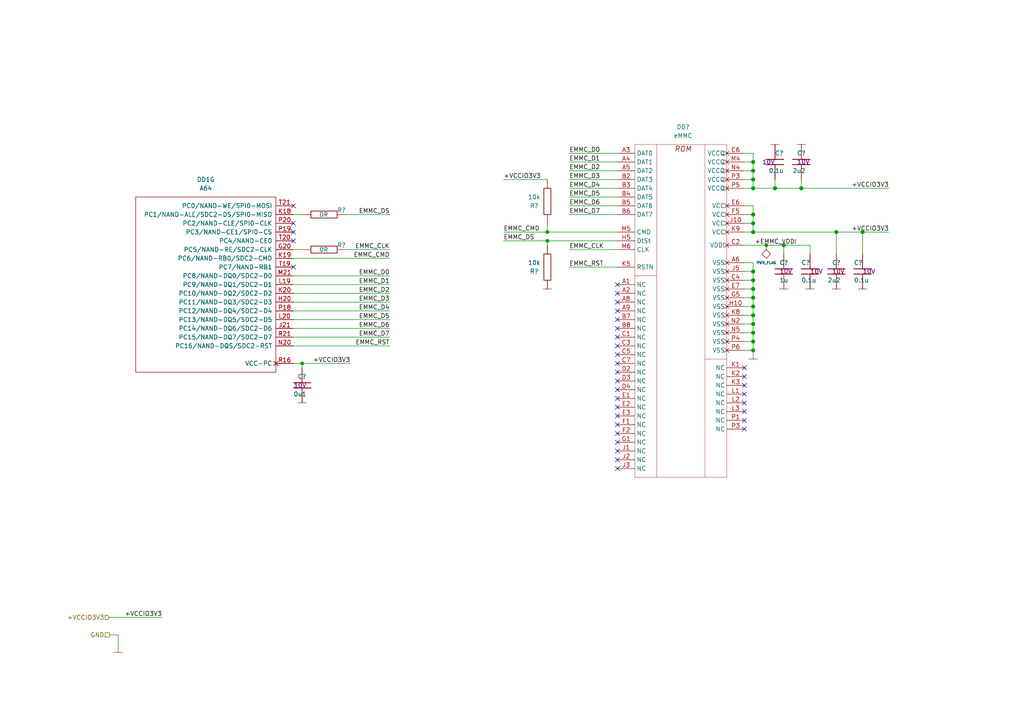
<source format=kicad_sch>
(kicad_sch (version 20211123) (generator eeschema)

  (uuid 266f580e-6dc8-461b-b4fa-3b2569a9a3f8)

  (paper "A4")

  (lib_symbols
    (symbol "Allwinner:A64" (pin_names (offset 1.016)) (in_bom yes) (on_board yes)
      (property "Reference" "DD" (id 0) (at -1.27 1.27 0)
        (effects (font (size 1.27 1.27)))
      )
      (property "Value" "A64" (id 1) (at -27.94 1.27 0)
        (effects (font (size 1.27 1.27)))
      )
      (property "Footprint" "BGA:BGA-529_23x23_15.0x15.0mm" (id 2) (at 0 7.62 0)
        (effects (font (size 1.27 1.27)) hide)
      )
      (property "Datasheet" "" (id 3) (at -22.86 0 0)
        (effects (font (size 1.27 1.27)) hide)
      )
      (property "ki_locked" "" (id 4) (at 0 0 0)
        (effects (font (size 1.27 1.27)))
      )
      (symbol "A64_1_0"
        (pin passive line (at -35.56 -58.42 0) (length 5.08)
          (name "SDQ22" (effects (font (size 1.27 1.27))))
          (number "A2" (effects (font (size 1.27 1.27))))
        )
        (pin passive line (at -35.56 -68.58 0) (length 5.08)
          (name "SDQ26" (effects (font (size 1.27 1.27))))
          (number "A4" (effects (font (size 1.27 1.27))))
        )
        (pin passive line (at -35.56 -71.12 0) (length 5.08)
          (name "SDQ27" (effects (font (size 1.27 1.27))))
          (number "A5" (effects (font (size 1.27 1.27))))
        )
        (pin passive line (at -35.56 -73.66 0) (length 5.08)
          (name "SDQ28" (effects (font (size 1.27 1.27))))
          (number "A7" (effects (font (size 1.27 1.27))))
        )
        (pin passive line (at -35.56 -76.2 0) (length 5.08)
          (name "SDQ29" (effects (font (size 1.27 1.27))))
          (number "A8" (effects (font (size 1.27 1.27))))
        )
        (pin passive line (at -35.56 -53.34 0) (length 5.08)
          (name "SDQ20" (effects (font (size 1.27 1.27))))
          (number "B1" (effects (font (size 1.27 1.27))))
        )
        (pin passive line (at -35.56 -55.88 0) (length 5.08)
          (name "SDQ21" (effects (font (size 1.27 1.27))))
          (number "B2" (effects (font (size 1.27 1.27))))
        )
        (pin passive line (at -35.56 -60.96 0) (length 5.08)
          (name "SDQ23" (effects (font (size 1.27 1.27))))
          (number "B3" (effects (font (size 1.27 1.27))))
        )
        (pin passive line (at -35.56 -66.04 0) (length 5.08)
          (name "SDQ25" (effects (font (size 1.27 1.27))))
          (number "B4" (effects (font (size 1.27 1.27))))
        )
        (pin passive line (at 5.08 -120.65 180) (length 5.08)
          (name "SDQS3N" (effects (font (size 1.27 1.27))))
          (number "B5" (effects (font (size 1.27 1.27))))
        )
        (pin passive line (at 5.08 -123.19 180) (length 5.08)
          (name "SDQS3P" (effects (font (size 1.27 1.27))))
          (number "B6" (effects (font (size 1.27 1.27))))
        )
        (pin passive line (at 5.08 -90.17 180) (length 5.08)
          (name "SDQM3" (effects (font (size 1.27 1.27))))
          (number "B7" (effects (font (size 1.27 1.27))))
        )
        (pin passive line (at -35.56 -78.74 0) (length 5.08)
          (name "SDQ30" (effects (font (size 1.27 1.27))))
          (number "B8" (effects (font (size 1.27 1.27))))
        )
        (pin passive line (at -35.56 -81.28 0) (length 5.08)
          (name "SDQ31" (effects (font (size 1.27 1.27))))
          (number "B9" (effects (font (size 1.27 1.27))))
        )
        (pin passive line (at 5.08 -87.63 180) (length 5.08)
          (name "SDQM2" (effects (font (size 1.27 1.27))))
          (number "C2" (effects (font (size 1.27 1.27))))
        )
        (pin passive line (at 5.08 -25.4 180) (length 5.08)
          (name "SA9" (effects (font (size 1.27 1.27))))
          (number "C4" (effects (font (size 1.27 1.27))))
        )
        (pin passive line (at -35.56 -63.5 0) (length 5.08)
          (name "SDQ24" (effects (font (size 1.27 1.27))))
          (number "C5" (effects (font (size 1.27 1.27))))
        )
        (pin passive line (at 5.08 -50.8 180) (length 5.08)
          (name "SBA2" (effects (font (size 1.27 1.27))))
          (number "C6" (effects (font (size 1.27 1.27))))
        )
        (pin passive line (at -35.56 -93.98 0) (length 5.08)
          (name "SWE" (effects (font (size 1.27 1.27))))
          (number "C8" (effects (font (size 1.27 1.27))))
        )
        (pin passive line (at 5.08 -55.88 180) (length 5.08)
          (name "SCAS" (effects (font (size 1.27 1.27))))
          (number "C9" (effects (font (size 1.27 1.27))))
        )
        (pin passive line (at 5.08 -114.3 180) (length 5.08)
          (name "SDQS2N" (effects (font (size 1.27 1.27))))
          (number "D1" (effects (font (size 1.27 1.27))))
        )
        (pin passive line (at -35.56 -88.9 0) (length 5.08)
          (name "SRST" (effects (font (size 1.27 1.27))))
          (number "D10" (effects (font (size 1.27 1.27))))
        )
        (pin passive line (at 5.08 -116.84 180) (length 5.08)
          (name "SDQS2P" (effects (font (size 1.27 1.27))))
          (number "D2" (effects (font (size 1.27 1.27))))
        )
        (pin passive line (at 5.08 -22.86 180) (length 5.08)
          (name "SA8" (effects (font (size 1.27 1.27))))
          (number "D3" (effects (font (size 1.27 1.27))))
        )
        (pin passive line (at 5.08 -76.2 180) (length 5.08)
          (name "SODT0" (effects (font (size 1.27 1.27))))
          (number "D5" (effects (font (size 1.27 1.27))))
        )
        (pin passive line (at 5.08 -45.72 180) (length 5.08)
          (name "SBA0" (effects (font (size 1.27 1.27))))
          (number "D8" (effects (font (size 1.27 1.27))))
        )
        (pin passive line (at -35.56 -50.8 0) (length 5.08)
          (name "SDQ19" (effects (font (size 1.27 1.27))))
          (number "E1" (effects (font (size 1.27 1.27))))
        )
        (pin passive line (at -35.56 -48.26 0) (length 5.08)
          (name "SDQ18" (effects (font (size 1.27 1.27))))
          (number "E2" (effects (font (size 1.27 1.27))))
        )
        (pin passive line (at -35.56 -43.18 0) (length 5.08)
          (name "SDQ16" (effects (font (size 1.27 1.27))))
          (number "E3" (effects (font (size 1.27 1.27))))
        )
        (pin passive line (at 5.08 -20.32 180) (length 5.08)
          (name "SA7" (effects (font (size 1.27 1.27))))
          (number "E4" (effects (font (size 1.27 1.27))))
        )
        (pin passive line (at 5.08 -71.12 180) (length 5.08)
          (name "SCS0" (effects (font (size 1.27 1.27))))
          (number "E5" (effects (font (size 1.27 1.27))))
        )
        (pin passive line (at 5.08 -78.74 180) (length 5.08)
          (name "SODT1" (effects (font (size 1.27 1.27))))
          (number "E7" (effects (font (size 1.27 1.27))))
        )
        (pin passive line (at 5.08 -35.56 180) (length 5.08)
          (name "SA13" (effects (font (size 1.27 1.27))))
          (number "E8" (effects (font (size 1.27 1.27))))
        )
        (pin passive line (at -35.56 -45.72 0) (length 5.08)
          (name "SDQ17" (effects (font (size 1.27 1.27))))
          (number "F2" (effects (font (size 1.27 1.27))))
        )
        (pin passive line (at 5.08 -17.78 180) (length 5.08)
          (name "SA6" (effects (font (size 1.27 1.27))))
          (number "F3" (effects (font (size 1.27 1.27))))
        )
        (pin passive line (at -35.56 -86.36 0) (length 5.08)
          (name "SRAS" (effects (font (size 1.27 1.27))))
          (number "F7" (effects (font (size 1.27 1.27))))
        )
        (pin passive line (at -35.56 -5.08 0) (length 5.08)
          (name "SDQ1" (effects (font (size 1.27 1.27))))
          (number "G1" (effects (font (size 1.27 1.27))))
        )
        (pin passive line (at 5.08 -62.23 180) (length 5.08)
          (name "SCKP" (effects (font (size 1.27 1.27))))
          (number "G2" (effects (font (size 1.27 1.27))))
        )
        (pin passive line (at 5.08 -59.69 180) (length 5.08)
          (name "SCKN" (effects (font (size 1.27 1.27))))
          (number "G3" (effects (font (size 1.27 1.27))))
        )
        (pin passive line (at 5.08 -15.24 180) (length 5.08)
          (name "SA5" (effects (font (size 1.27 1.27))))
          (number "G4" (effects (font (size 1.27 1.27))))
        )
        (pin passive line (at -35.56 -91.44 0) (length 5.08)
          (name "SVREF" (effects (font (size 1.27 1.27))))
          (number "G5" (effects (font (size 1.27 1.27))))
        )
        (pin passive line (at -35.56 -101.6 0) (length 5.08)
          (name "VCC-DRAM" (effects (font (size 1.27 1.27))))
          (number "G7" (effects (font (size 1.27 1.27))))
        )
        (pin passive line (at -35.56 -104.14 0) (length 5.08)
          (name "VCC-DRAM" (effects (font (size 1.27 1.27))))
          (number "G8" (effects (font (size 1.27 1.27))))
        )
        (pin passive line (at -35.56 -106.68 0) (length 5.08)
          (name "VCC-DRAM" (effects (font (size 1.27 1.27))))
          (number "G9" (effects (font (size 1.27 1.27))))
        )
        (pin passive line (at -35.56 -15.24 0) (length 5.08)
          (name "SDQ5" (effects (font (size 1.27 1.27))))
          (number "H1" (effects (font (size 1.27 1.27))))
        )
        (pin passive line (at -35.56 -12.7 0) (length 5.08)
          (name "SDQ4" (effects (font (size 1.27 1.27))))
          (number "H2" (effects (font (size 1.27 1.27))))
        )
        (pin passive line (at -35.56 -7.62 0) (length 5.08)
          (name "SDQ2" (effects (font (size 1.27 1.27))))
          (number "H3" (effects (font (size 1.27 1.27))))
        )
        (pin passive line (at 5.08 -73.66 180) (length 5.08)
          (name "SCS1" (effects (font (size 1.27 1.27))))
          (number "H5" (effects (font (size 1.27 1.27))))
        )
        (pin passive line (at 5.08 -68.58 180) (length 5.08)
          (name "SCKE1" (effects (font (size 1.27 1.27))))
          (number "H6" (effects (font (size 1.27 1.27))))
        )
        (pin passive line (at 5.08 -82.55 180) (length 5.08)
          (name "SDQM0" (effects (font (size 1.27 1.27))))
          (number "J2" (effects (font (size 1.27 1.27))))
        )
        (pin passive line (at 5.08 -66.04 180) (length 5.08)
          (name "SCKE0" (effects (font (size 1.27 1.27))))
          (number "J3" (effects (font (size 1.27 1.27))))
        )
        (pin passive line (at -35.56 -109.22 0) (length 5.08)
          (name "VCC-DRAM" (effects (font (size 1.27 1.27))))
          (number "J8" (effects (font (size 1.27 1.27))))
        )
        (pin passive line (at -35.56 -10.16 0) (length 5.08)
          (name "SDQ3" (effects (font (size 1.27 1.27))))
          (number "K1" (effects (font (size 1.27 1.27))))
        )
        (pin passive line (at 5.08 -101.6 180) (length 5.08)
          (name "SDQS0N" (effects (font (size 1.27 1.27))))
          (number "K2" (effects (font (size 1.27 1.27))))
        )
        (pin passive line (at 5.08 -104.14 180) (length 5.08)
          (name "SDQS0P" (effects (font (size 1.27 1.27))))
          (number "K3" (effects (font (size 1.27 1.27))))
        )
        (pin passive line (at 5.08 -38.1 180) (length 5.08)
          (name "SA14" (effects (font (size 1.27 1.27))))
          (number "K4" (effects (font (size 1.27 1.27))))
        )
        (pin passive line (at 5.08 -33.02 180) (length 5.08)
          (name "SA12" (effects (font (size 1.27 1.27))))
          (number "K5" (effects (font (size 1.27 1.27))))
        )
        (pin passive line (at -35.56 -111.76 0) (length 5.08)
          (name "VCC-DRAM" (effects (font (size 1.27 1.27))))
          (number "K6" (effects (font (size 1.27 1.27))))
        )
        (pin passive line (at -35.56 -114.3 0) (length 5.08)
          (name "VCC-DRAM" (effects (font (size 1.27 1.27))))
          (number "K7" (effects (font (size 1.27 1.27))))
        )
        (pin passive line (at -35.56 -17.78 0) (length 5.08)
          (name "SDQ6" (effects (font (size 1.27 1.27))))
          (number "L1" (effects (font (size 1.27 1.27))))
        )
        (pin passive line (at -35.56 -20.32 0) (length 5.08)
          (name "SDQ7" (effects (font (size 1.27 1.27))))
          (number "L2" (effects (font (size 1.27 1.27))))
        )
        (pin passive line (at -35.56 -2.54 0) (length 5.08)
          (name "SDQ0" (effects (font (size 1.27 1.27))))
          (number "L3" (effects (font (size 1.27 1.27))))
        )
        (pin passive line (at -35.56 -116.84 0) (length 5.08)
          (name "VCC-DRAM" (effects (font (size 1.27 1.27))))
          (number "L6" (effects (font (size 1.27 1.27))))
        )
        (pin passive line (at -35.56 -119.38 0) (length 5.08)
          (name "VCC-DRAM" (effects (font (size 1.27 1.27))))
          (number "L7" (effects (font (size 1.27 1.27))))
        )
        (pin passive line (at -35.56 -121.92 0) (length 5.08)
          (name "VCC-DRAM" (effects (font (size 1.27 1.27))))
          (number "L8" (effects (font (size 1.27 1.27))))
        )
        (pin passive line (at -35.56 -40.64 0) (length 5.08)
          (name "SDQ15" (effects (font (size 1.27 1.27))))
          (number "M2" (effects (font (size 1.27 1.27))))
        )
        (pin passive line (at 5.08 -27.94 180) (length 5.08)
          (name "SA10" (effects (font (size 1.27 1.27))))
          (number "M4" (effects (font (size 1.27 1.27))))
        )
        (pin passive line (at -35.56 -38.1 0) (length 5.08)
          (name "SDQ14" (effects (font (size 1.27 1.27))))
          (number "N1" (effects (font (size 1.27 1.27))))
        )
        (pin passive line (at -35.56 -35.56 0) (length 5.08)
          (name "SDQ13" (effects (font (size 1.27 1.27))))
          (number "N2" (effects (font (size 1.27 1.27))))
        )
        (pin passive line (at -35.56 -33.02 0) (length 5.08)
          (name "SDQ12" (effects (font (size 1.27 1.27))))
          (number "N3" (effects (font (size 1.27 1.27))))
        )
        (pin passive line (at 5.08 -7.62 180) (length 5.08)
          (name "SA2" (effects (font (size 1.27 1.27))))
          (number "N5" (effects (font (size 1.27 1.27))))
        )
        (pin passive line (at 5.08 -10.16 180) (length 5.08)
          (name "SA3" (effects (font (size 1.27 1.27))))
          (number "N6" (effects (font (size 1.27 1.27))))
        )
        (pin passive line (at -35.56 -124.46 0) (length 5.08)
          (name "VCC-DRAM" (effects (font (size 1.27 1.27))))
          (number "N7" (effects (font (size 1.27 1.27))))
        )
        (pin passive line (at -35.56 -127 0) (length 5.08)
          (name "VCC-DRAM" (effects (font (size 1.27 1.27))))
          (number "N8" (effects (font (size 1.27 1.27))))
        )
        (pin passive line (at 5.08 -110.49 180) (length 5.08)
          (name "SDQS1P" (effects (font (size 1.27 1.27))))
          (number "P1" (effects (font (size 1.27 1.27))))
        )
        (pin passive line (at 5.08 -107.95 180) (length 5.08)
          (name "SDQS1N" (effects (font (size 1.27 1.27))))
          (number "P2" (effects (font (size 1.27 1.27))))
        )
        (pin passive line (at 5.08 -85.09 180) (length 5.08)
          (name "SDQM1" (effects (font (size 1.27 1.27))))
          (number "P3" (effects (font (size 1.27 1.27))))
        )
        (pin passive line (at 5.08 -2.54 180) (length 5.08)
          (name "SA0" (effects (font (size 1.27 1.27))))
          (number "P5" (effects (font (size 1.27 1.27))))
        )
        (pin passive line (at 5.08 -12.7 180) (length 5.08)
          (name "SA4" (effects (font (size 1.27 1.27))))
          (number "P6" (effects (font (size 1.27 1.27))))
        )
        (pin passive line (at -35.56 -30.48 0) (length 5.08)
          (name "SDQ11" (effects (font (size 1.27 1.27))))
          (number "R2" (effects (font (size 1.27 1.27))))
        )
        (pin passive line (at 5.08 -48.26 180) (length 5.08)
          (name "SBA1" (effects (font (size 1.27 1.27))))
          (number "R3" (effects (font (size 1.27 1.27))))
        )
        (pin passive line (at 5.08 -5.08 180) (length 5.08)
          (name "SA1" (effects (font (size 1.27 1.27))))
          (number "R4" (effects (font (size 1.27 1.27))))
        )
        (pin passive line (at -35.56 -27.94 0) (length 5.08)
          (name "SDQ10" (effects (font (size 1.27 1.27))))
          (number "T1" (effects (font (size 1.27 1.27))))
        )
        (pin passive line (at -35.56 -25.4 0) (length 5.08)
          (name "SDQ9" (effects (font (size 1.27 1.27))))
          (number "T2" (effects (font (size 1.27 1.27))))
        )
        (pin passive line (at -35.56 -22.86 0) (length 5.08)
          (name "SDQ8" (effects (font (size 1.27 1.27))))
          (number "T3" (effects (font (size 1.27 1.27))))
        )
        (pin passive line (at 5.08 -40.64 180) (length 5.08)
          (name "SA15" (effects (font (size 1.27 1.27))))
          (number "T4" (effects (font (size 1.27 1.27))))
        )
        (pin passive line (at -35.56 -96.52 0) (length 5.08)
          (name "SZQ" (effects (font (size 1.27 1.27))))
          (number "U1" (effects (font (size 1.27 1.27))))
        )
        (pin passive line (at 5.08 -30.48 180) (length 5.08)
          (name "SA11" (effects (font (size 1.27 1.27))))
          (number "U4" (effects (font (size 1.27 1.27))))
        )
      )
      (symbol "A64_1_1"
        (rectangle (start -30.48 0) (end 0 -129.54)
          (stroke (width 0.2) (type default) (color 0 0 0 0))
          (fill (type none))
        )
        (polyline
          (pts
            (xy -30.48 -99.06)
            (xy -17.78 -99.06)
          )
          (stroke (width 0.2) (type default) (color 0 0 0 0))
          (fill (type none))
        )
        (polyline
          (pts
            (xy -30.48 -83.82)
            (xy -17.78 -83.82)
          )
          (stroke (width 0.2) (type default) (color 0 0 0 0))
          (fill (type none))
        )
        (polyline
          (pts
            (xy -17.78 -129.54)
            (xy -17.78 0)
          )
          (stroke (width 0.2) (type default) (color 0 0 0 0))
          (fill (type none))
        )
        (polyline
          (pts
            (xy -8.89 -129.54)
            (xy -8.89 0)
          )
          (stroke (width 0.2) (type default) (color 0 0 0 0))
          (fill (type none))
        )
        (polyline
          (pts
            (xy 0 -92.71)
            (xy -8.89 -92.71)
          )
          (stroke (width 0.2) (type default) (color 0 0 0 0))
          (fill (type none))
        )
        (polyline
          (pts
            (xy 0 -53.34)
            (xy -8.89 -53.34)
          )
          (stroke (width 0.0006) (type default) (color 0 0 0 0))
          (fill (type none))
        )
        (polyline
          (pts
            (xy 0 -43.18)
            (xy -8.89 -43.18)
          )
          (stroke (width 0.2) (type default) (color 0 0 0 0))
          (fill (type none))
        )
        (text "DRAM" (at -12.7 -2.54 0)
          (effects (font (size 1.27 1.27) italic))
        )
      )
      (symbol "A64_2_0"
        (pin passive line (at 5.08 -55.88 180) (length 5.08)
          (name "KEYADC" (effects (font (size 1.27 1.27))))
          (number "A16" (effects (font (size 1.27 1.27))))
        )
        (pin passive line (at 5.08 -50.8 180) (length 5.08)
          (name "JTAGSEL0" (effects (font (size 1.27 1.27))))
          (number "AA11" (effects (font (size 1.27 1.27))))
        )
        (pin passive line (at 5.08 -53.34 180) (length 5.08)
          (name "JTAGSEL1" (effects (font (size 1.27 1.27))))
          (number "AA12" (effects (font (size 1.27 1.27))))
        )
        (pin passive line (at 5.08 -7.62 180) (length 5.08)
          (name "X32KFOUT" (effects (font (size 1.27 1.27))))
          (number "B18" (effects (font (size 1.27 1.27))))
        )
        (pin passive line (at 5.08 -2.54 180) (length 5.08)
          (name "X32KOUT" (effects (font (size 1.27 1.27))))
          (number "B19" (effects (font (size 1.27 1.27))))
        )
        (pin passive line (at 5.08 -5.08 180) (length 5.08)
          (name "X32KIN" (effects (font (size 1.27 1.27))))
          (number "C18" (effects (font (size 1.27 1.27))))
        )
        (pin passive line (at 5.08 -45.72 180) (length 5.08)
          (name "RESET" (effects (font (size 1.27 1.27))))
          (number "E17" (effects (font (size 1.27 1.27))))
        )
        (pin passive line (at 5.08 -58.42 180) (length 5.08)
          (name "FEL" (effects (font (size 1.27 1.27))))
          (number "F17" (effects (font (size 1.27 1.27))))
        )
        (pin passive line (at 5.08 -38.1 180) (length 5.08)
          (name "RTC-VIO" (effects (font (size 1.27 1.27))))
          (number "G16" (effects (font (size 1.27 1.27))))
        )
        (pin passive line (at 5.08 -48.26 180) (length 5.08)
          (name "NMI" (effects (font (size 1.27 1.27))))
          (number "G18" (effects (font (size 1.27 1.27))))
        )
        (pin passive line (at 5.08 -43.18 180) (length 5.08)
          (name "TEST" (effects (font (size 1.27 1.27))))
          (number "H14" (effects (font (size 1.27 1.27))))
        )
        (pin passive line (at 5.08 -27.94 180) (length 5.08)
          (name "VCC-RTC" (effects (font (size 1.27 1.27))))
          (number "H16" (effects (font (size 1.27 1.27))))
        )
        (pin passive line (at 5.08 -15.24 180) (length 5.08)
          (name "X24MI" (effects (font (size 1.27 1.27))))
          (number "K22" (effects (font (size 1.27 1.27))))
        )
        (pin passive line (at 5.08 -12.7 180) (length 5.08)
          (name "X24MO" (effects (font (size 1.27 1.27))))
          (number "K23" (effects (font (size 1.27 1.27))))
        )
        (pin passive line (at 5.08 -33.02 180) (length 5.08)
          (name "VCC-PLL" (effects (font (size 1.27 1.27))))
          (number "N16" (effects (font (size 1.27 1.27))))
        )
        (pin passive line (at 5.08 -20.32 180) (length 5.08)
          (name "VCC-EFUSE" (effects (font (size 1.27 1.27))))
          (number "N18" (effects (font (size 1.27 1.27))))
        )
        (pin passive line (at 5.08 -22.86 180) (length 5.08)
          (name "VDDBP-EFUSE" (effects (font (size 1.27 1.27))))
          (number "P16" (effects (font (size 1.27 1.27))))
        )
      )
      (symbol "A64_2_1"
        (rectangle (start -30.48 0) (end 0 -60.96)
          (stroke (width 0.2) (type default) (color 0 0 0 0))
          (fill (type none))
        )
      )
      (symbol "A64_3_0"
        (pin passive non_logic (at -35.56 -5.08 0) (length 5.08)
          (name "AGND" (effects (font (size 1.27 1.27))))
          (number "A11" (effects (font (size 1.27 1.27))))
        )
        (pin passive line (at 5.08 -5.08 180) (length 5.08)
          (name "EAROUTN" (effects (font (size 1.27 1.27))))
          (number "A13" (effects (font (size 1.27 1.27))))
        )
        (pin passive line (at 5.08 -17.78 180) (length 5.08)
          (name "LINEINP" (effects (font (size 1.27 1.27))))
          (number "A14" (effects (font (size 1.27 1.27))))
        )
        (pin passive line (at 5.08 -48.26 180) (length 5.08)
          (name "MICIN2N" (effects (font (size 1.27 1.27))))
          (number "A17" (effects (font (size 1.27 1.27))))
        )
        (pin passive line (at 5.08 -38.1 180) (length 5.08)
          (name "MIC-DET" (effects (font (size 1.27 1.27))))
          (number "B10" (effects (font (size 1.27 1.27))))
        )
        (pin passive line (at -35.56 -31.75 0) (length 5.08)
          (name "VRA2" (effects (font (size 1.27 1.27))))
          (number "B11" (effects (font (size 1.27 1.27))))
        )
        (pin passive line (at -35.56 -29.21 0) (length 5.08)
          (name "VRA1" (effects (font (size 1.27 1.27))))
          (number "B12" (effects (font (size 1.27 1.27))))
        )
        (pin passive line (at 5.08 -2.54 180) (length 5.08)
          (name "EAROUTP" (effects (font (size 1.27 1.27))))
          (number "B13" (effects (font (size 1.27 1.27))))
        )
        (pin passive line (at 5.08 -20.32 180) (length 5.08)
          (name "LINEINN" (effects (font (size 1.27 1.27))))
          (number "B14" (effects (font (size 1.27 1.27))))
        )
        (pin passive line (at 5.08 -40.64 180) (length 5.08)
          (name "MICIN1P" (effects (font (size 1.27 1.27))))
          (number "B15" (effects (font (size 1.27 1.27))))
        )
        (pin passive line (at 5.08 -43.18 180) (length 5.08)
          (name "MICIN1N" (effects (font (size 1.27 1.27))))
          (number "B16" (effects (font (size 1.27 1.27))))
        )
        (pin passive line (at 5.08 -45.72 180) (length 5.08)
          (name "MICIN2P" (effects (font (size 1.27 1.27))))
          (number "B17" (effects (font (size 1.27 1.27))))
        )
        (pin passive line (at -35.56 -35.56 0) (length 5.08)
          (name "HP-FB" (effects (font (size 1.27 1.27))))
          (number "C10" (effects (font (size 1.27 1.27))))
        )
        (pin passive line (at -35.56 -17.78 0) (length 5.08)
          (name "VRP" (effects (font (size 1.27 1.27))))
          (number "C11" (effects (font (size 1.27 1.27))))
        )
        (pin passive line (at -35.56 -40.64 0) (length 5.08)
          (name "HPOUTR" (effects (font (size 1.27 1.27))))
          (number "C12" (effects (font (size 1.27 1.27))))
        )
        (pin passive line (at -35.56 -38.1 0) (length 5.08)
          (name "HPOUTL" (effects (font (size 1.27 1.27))))
          (number "C13" (effects (font (size 1.27 1.27))))
        )
        (pin passive line (at 5.08 -27.94 180) (length 5.08)
          (name "PHONEINN" (effects (font (size 1.27 1.27))))
          (number "C14" (effects (font (size 1.27 1.27))))
        )
        (pin passive line (at 5.08 -12.7 180) (length 5.08)
          (name "LINEOUTN" (effects (font (size 1.27 1.27))))
          (number "C16" (effects (font (size 1.27 1.27))))
        )
        (pin passive line (at -35.56 -43.18 0) (length 5.08)
          (name "HP-DET" (effects (font (size 1.27 1.27))))
          (number "D11" (effects (font (size 1.27 1.27))))
        )
        (pin passive line (at -35.56 -46.99 0) (length 5.08)
          (name "HBIAS" (effects (font (size 1.27 1.27))))
          (number "D13" (effects (font (size 1.27 1.27))))
        )
        (pin passive line (at 5.08 -25.4 180) (length 5.08)
          (name "PHONEINP" (effects (font (size 1.27 1.27))))
          (number "D14" (effects (font (size 1.27 1.27))))
        )
        (pin passive line (at 5.08 -10.16 180) (length 5.08)
          (name "LINEOUTP" (effects (font (size 1.27 1.27))))
          (number "D16" (effects (font (size 1.27 1.27))))
        )
        (pin passive line (at -35.56 -22.86 0) (length 5.08)
          (name "CPN" (effects (font (size 1.27 1.27))))
          (number "E10" (effects (font (size 1.27 1.27))))
        )
        (pin passive line (at -35.56 -20.32 0) (length 5.08)
          (name "CPP" (effects (font (size 1.27 1.27))))
          (number "E11" (effects (font (size 1.27 1.27))))
        )
        (pin passive non_logic (at -35.56 -10.16 0) (length 5.08)
          (name "CPVDD" (effects (font (size 1.27 1.27))))
          (number "E13" (effects (font (size 1.27 1.27))))
        )
        (pin passive line (at -35.56 -49.53 0) (length 5.08)
          (name "MBIAS" (effects (font (size 1.27 1.27))))
          (number "E14" (effects (font (size 1.27 1.27))))
        )
        (pin passive line (at 5.08 -30.48 180) (length 5.08)
          (name "PHONEOUTP" (effects (font (size 1.27 1.27))))
          (number "E16" (effects (font (size 1.27 1.27))))
        )
        (pin passive line (at -35.56 -12.7 0) (length 5.08)
          (name "CPVEE" (effects (font (size 1.27 1.27))))
          (number "F12" (effects (font (size 1.27 1.27))))
        )
        (pin passive line (at 5.08 -33.02 180) (length 5.08)
          (name "PHONEOUTN" (effects (font (size 1.27 1.27))))
          (number "F16" (effects (font (size 1.27 1.27))))
        )
        (pin passive line (at -35.56 -26.67 0) (length 5.08)
          (name "VEE" (effects (font (size 1.27 1.27))))
          (number "G13" (effects (font (size 1.27 1.27))))
        )
        (pin passive non_logic (at -35.56 -2.54 0) (length 5.08)
          (name "AVCC" (effects (font (size 1.27 1.27))))
          (number "G14" (effects (font (size 1.27 1.27))))
        )
      )
      (symbol "A64_3_1"
        (rectangle (start -30.48 0) (end 0 -52.07)
          (stroke (width 0.2) (type default) (color 0 0 0 0))
          (fill (type none))
        )
        (polyline
          (pts
            (xy -20.32 -52.07)
            (xy -20.32 0)
          )
          (stroke (width 0.2) (type default) (color 0 0 0 0))
          (fill (type none))
        )
        (polyline
          (pts
            (xy -12.7 -52.07)
            (xy -12.7 0)
          )
          (stroke (width 0.2) (type default) (color 0 0 0 0))
          (fill (type none))
        )
        (text "AUDIO" (at -16.51 -2.54 0)
          (effects (font (size 1.27 1.27) italic))
        )
      )
      (symbol "A64_4_0"
        (pin passive line (at 5.08 -2.54 180) (length 5.08)
          (name "USB0-DP" (effects (font (size 1.27 1.27))))
          (number "A22" (effects (font (size 1.27 1.27))))
        )
        (pin passive line (at 5.08 -5.08 180) (length 5.08)
          (name "USB0-DM" (effects (font (size 1.27 1.27))))
          (number "B22" (effects (font (size 1.27 1.27))))
        )
        (pin passive line (at 5.08 -10.16 180) (length 5.08)
          (name "USB1-DP" (effects (font (size 1.27 1.27))))
          (number "B23" (effects (font (size 1.27 1.27))))
        )
        (pin passive line (at 5.08 -12.7 180) (length 5.08)
          (name "USB1-DM" (effects (font (size 1.27 1.27))))
          (number "C22" (effects (font (size 1.27 1.27))))
        )
        (pin passive line (at -33.02 -2.54 0) (length 5.08)
          (name "HSIC-DAT" (effects (font (size 1.27 1.27))))
          (number "G19" (effects (font (size 1.27 1.27))))
        )
        (pin passive line (at -33.02 -6.35 0) (length 5.08)
          (name "HSIC-STR" (effects (font (size 1.27 1.27))))
          (number "H19" (effects (font (size 1.27 1.27))))
        )
        (pin passive non_logic (at -33.02 -17.78 0) (length 5.08)
          (name "HSIC-VCC" (effects (font (size 1.27 1.27))))
          (number "K16" (effects (font (size 1.27 1.27))))
        )
        (pin passive non_logic (at 5.08 -17.78 180) (length 5.08)
          (name "VCC-USB" (effects (font (size 1.27 1.27))))
          (number "L16" (effects (font (size 1.27 1.27))))
        )
      )
      (symbol "A64_4_1"
        (rectangle (start -27.94 0) (end 0 -20.32)
          (stroke (width 0.2) (type default) (color 0 0 0 0))
          (fill (type none))
        )
        (polyline
          (pts
            (xy -16.51 0)
            (xy -16.51 -20.32)
          )
          (stroke (width 0.2) (type default) (color 0 0 0 0))
          (fill (type none))
        )
        (polyline
          (pts
            (xy -11.43 0)
            (xy -11.43 -20.32)
          )
          (stroke (width 0.2) (type default) (color 0 0 0 0))
          (fill (type none))
        )
        (text "USB" (at -13.97 -2.54 0)
          (effects (font (size 1.27 1.27) italic))
        )
      )
      (symbol "A64_5_0"
        (pin passive line (at -35.56 -29.21 0) (length 5.08)
          (name "HTX2P" (effects (font (size 1.27 1.27))))
          (number "D23" (effects (font (size 1.27 1.27))))
        )
        (pin passive line (at -35.56 -7.62 0) (length 5.08)
          (name "HSDA" (effects (font (size 1.27 1.27))))
          (number "E20" (effects (font (size 1.27 1.27))))
        )
        (pin passive line (at -35.56 -2.54 0) (length 5.08)
          (name "HHPD" (effects (font (size 1.27 1.27))))
          (number "E21" (effects (font (size 1.27 1.27))))
        )
        (pin passive line (at -35.56 -31.75 0) (length 5.08)
          (name "HTX2N" (effects (font (size 1.27 1.27))))
          (number "E22" (effects (font (size 1.27 1.27))))
        )
        (pin passive line (at -35.56 -24.13 0) (length 5.08)
          (name "HTX1P" (effects (font (size 1.27 1.27))))
          (number "E23" (effects (font (size 1.27 1.27))))
        )
        (pin passive line (at -35.56 -10.16 0) (length 5.08)
          (name "HCEC" (effects (font (size 1.27 1.27))))
          (number "F21" (effects (font (size 1.27 1.27))))
        )
        (pin passive line (at -35.56 -26.67 0) (length 5.08)
          (name "HTX1N" (effects (font (size 1.27 1.27))))
          (number "F22" (effects (font (size 1.27 1.27))))
        )
        (pin passive line (at -35.56 -5.08 0) (length 5.08)
          (name "HSCL" (effects (font (size 1.27 1.27))))
          (number "G21" (effects (font (size 1.27 1.27))))
        )
        (pin passive line (at -35.56 -19.05 0) (length 5.08)
          (name "HTX0P" (effects (font (size 1.27 1.27))))
          (number "G22" (effects (font (size 1.27 1.27))))
        )
        (pin passive line (at -35.56 -21.59 0) (length 5.08)
          (name "HTX0N" (effects (font (size 1.27 1.27))))
          (number "G23" (effects (font (size 1.27 1.27))))
        )
        (pin passive line (at -35.56 -13.97 0) (length 5.08)
          (name "HTXCP" (effects (font (size 1.27 1.27))))
          (number "H22" (effects (font (size 1.27 1.27))))
        )
        (pin passive line (at -35.56 -16.51 0) (length 5.08)
          (name "HTXCN" (effects (font (size 1.27 1.27))))
          (number "H23" (effects (font (size 1.27 1.27))))
        )
        (pin passive line (at 5.08 -30.48 180) (length 5.08)
          (name "DSI-D3N" (effects (font (size 1.27 1.27))))
          (number "L22" (effects (font (size 1.27 1.27))))
        )
        (pin passive line (at 5.08 -27.94 180) (length 5.08)
          (name "DSI-D3P" (effects (font (size 1.27 1.27))))
          (number "L23" (effects (font (size 1.27 1.27))))
        )
        (pin passive non_logic (at -35.56 -36.83 0) (length 5.08)
          (name "HVCC" (effects (font (size 1.27 1.27))))
          (number "M16" (effects (font (size 1.27 1.27))))
        )
        (pin passive line (at 5.08 -21.59 180) (length 5.08)
          (name "DSI-D2P" (effects (font (size 1.27 1.27))))
          (number "M22" (effects (font (size 1.27 1.27))))
        )
        (pin passive non_logic (at 5.08 -36.83 180) (length 5.08)
          (name "VCC-DSI" (effects (font (size 1.27 1.27))))
          (number "N19" (effects (font (size 1.27 1.27))))
        )
        (pin passive line (at 5.08 -24.13 180) (length 5.08)
          (name "DSI-D2N" (effects (font (size 1.27 1.27))))
          (number "N22" (effects (font (size 1.27 1.27))))
        )
        (pin passive line (at 5.08 -2.54 180) (length 5.08)
          (name "DSI-CKP" (effects (font (size 1.27 1.27))))
          (number "N23" (effects (font (size 1.27 1.27))))
        )
        (pin passive line (at 5.08 -15.24 180) (length 5.08)
          (name "DSI-D1P" (effects (font (size 1.27 1.27))))
          (number "P22" (effects (font (size 1.27 1.27))))
        )
        (pin passive line (at 5.08 -5.08 180) (length 5.08)
          (name "DSI-CKN" (effects (font (size 1.27 1.27))))
          (number "P23" (effects (font (size 1.27 1.27))))
        )
        (pin passive line (at 5.08 -17.78 180) (length 5.08)
          (name "DSI-D1N" (effects (font (size 1.27 1.27))))
          (number "R22" (effects (font (size 1.27 1.27))))
        )
        (pin passive line (at 5.08 -8.89 180) (length 5.08)
          (name "DSI-D0P" (effects (font (size 1.27 1.27))))
          (number "T22" (effects (font (size 1.27 1.27))))
        )
        (pin passive line (at 5.08 -11.43 180) (length 5.08)
          (name "DSI-D0N" (effects (font (size 1.27 1.27))))
          (number "T23" (effects (font (size 1.27 1.27))))
        )
      )
      (symbol "A64_5_1"
        (rectangle (start -30.48 0) (end 0 -39.37)
          (stroke (width 0.2) (type default) (color 0 0 0 0))
          (fill (type none))
        )
        (polyline
          (pts
            (xy -21.59 -39.37)
            (xy -21.59 0)
          )
          (stroke (width 0.2) (type default) (color 0 0 0 0))
          (fill (type none))
        )
        (polyline
          (pts
            (xy -11.43 0)
            (xy -11.43 -39.37)
          )
          (stroke (width 0.2) (type default) (color 0 0 0 0))
          (fill (type none))
        )
        (text "HDMI/DSI" (at -16.51 -2.54 0)
          (effects (font (size 1.27 1.27) italic))
        )
      )
      (symbol "A64_6_0"
        (pin passive line (at 5.08 -15.24 180) (length 5.08)
          (name "PB5/AIF2-BCLK/PCM0-BCLK" (effects (font (size 1.27 1.27))))
          (number "AA6" (effects (font (size 1.27 1.27))))
        )
        (pin passive line (at 5.08 -10.16 180) (length 5.08)
          (name "PB3/UART2-CTS/I2S0-MCLK/JTAG-DI0" (effects (font (size 1.27 1.27))))
          (number "AA7" (effects (font (size 1.27 1.27))))
        )
        (pin passive line (at 5.08 -5.08 180) (length 5.08)
          (name "PB1/UART2-RX/JTAG-CK0" (effects (font (size 1.27 1.27))))
          (number "AB7" (effects (font (size 1.27 1.27))))
        )
        (pin passive line (at 5.08 -22.86 180) (length 5.08)
          (name "PB8/UART0-TX" (effects (font (size 1.27 1.27))))
          (number "V10" (effects (font (size 1.27 1.27))))
        )
        (pin passive line (at 5.08 -2.54 180) (length 5.08)
          (name "PB0/UART2-TX/JTAG-MS0" (effects (font (size 1.27 1.27))))
          (number "V9" (effects (font (size 1.27 1.27))))
        )
        (pin passive line (at 5.08 -7.62 180) (length 5.08)
          (name "PB2/UART2-RTS/JTAG-DO0" (effects (font (size 1.27 1.27))))
          (number "W10" (effects (font (size 1.27 1.27))))
        )
        (pin passive line (at 5.08 -12.7 180) (length 5.08)
          (name "PB4/AIF2-SYNC/PCM0-SYNC" (effects (font (size 1.27 1.27))))
          (number "W7" (effects (font (size 1.27 1.27))))
        )
        (pin passive line (at 5.08 -17.78 180) (length 5.08)
          (name "PB6/AIF2-DOUT/PCM0-DOUT" (effects (font (size 1.27 1.27))))
          (number "W8" (effects (font (size 1.27 1.27))))
        )
        (pin passive line (at 5.08 -20.32 180) (length 5.08)
          (name "PB7/AIF2-DINPCM0-DIN" (effects (font (size 1.27 1.27))))
          (number "Y6" (effects (font (size 1.27 1.27))))
        )
        (pin passive line (at 5.08 -25.4 180) (length 5.08)
          (name "PB9/UART0-RX" (effects (font (size 1.27 1.27))))
          (number "Y7" (effects (font (size 1.27 1.27))))
        )
      )
      (symbol "A64_6_1"
        (rectangle (start -41.91 0) (end 0 -27.94)
          (stroke (width 0) (type default) (color 0 0 0 0))
          (fill (type none))
        )
      )
      (symbol "A64_7_0"
        (pin passive line (at 5.08 -15.24 180) (length 5.08)
          (name "PC5/NAND-RE/SDC2-CLK" (effects (font (size 1.27 1.27))))
          (number "G20" (effects (font (size 1.27 1.27))))
        )
        (pin passive line (at 5.08 -30.48 180) (length 5.08)
          (name "PC11/NAND-DQ3/SDC2-D3" (effects (font (size 1.27 1.27))))
          (number "H20" (effects (font (size 1.27 1.27))))
        )
        (pin passive line (at 5.08 -38.1 180) (length 5.08)
          (name "PC14/NAND-DQ6/SDC2-D6" (effects (font (size 1.27 1.27))))
          (number "J21" (effects (font (size 1.27 1.27))))
        )
        (pin passive line (at 5.08 -5.08 180) (length 5.08)
          (name "PC1/NAND-ALE/SDC2-DS/SPI0-MISO" (effects (font (size 1.27 1.27))))
          (number "K18" (effects (font (size 1.27 1.27))))
        )
        (pin passive line (at 5.08 -17.78 180) (length 5.08)
          (name "PC6/NAND-RB0/SDC2-CMD" (effects (font (size 1.27 1.27))))
          (number "K19" (effects (font (size 1.27 1.27))))
        )
        (pin passive line (at 5.08 -27.94 180) (length 5.08)
          (name "PC10/NAND-DQ2/SDC2-D2" (effects (font (size 1.27 1.27))))
          (number "K20" (effects (font (size 1.27 1.27))))
        )
        (pin passive line (at 5.08 -25.4 180) (length 5.08)
          (name "PC9/NAND-DQ1/SDC2-D1" (effects (font (size 1.27 1.27))))
          (number "L19" (effects (font (size 1.27 1.27))))
        )
        (pin passive line (at 5.08 -35.56 180) (length 5.08)
          (name "PC13/NAND-DQ5/SDC2-D5" (effects (font (size 1.27 1.27))))
          (number "L20" (effects (font (size 1.27 1.27))))
        )
        (pin passive line (at 5.08 -22.86 180) (length 5.08)
          (name "PC8/NAND-DQ0/SDC2-D0" (effects (font (size 1.27 1.27))))
          (number "M21" (effects (font (size 1.27 1.27))))
        )
        (pin passive line (at 5.08 -43.18 180) (length 5.08)
          (name "PC16/NAND-DQS/SDC2-RST" (effects (font (size 1.27 1.27))))
          (number "N20" (effects (font (size 1.27 1.27))))
        )
        (pin passive line (at 5.08 -33.02 180) (length 5.08)
          (name "PC12/NAND-DQ4/SDC2-D4" (effects (font (size 1.27 1.27))))
          (number "P18" (effects (font (size 1.27 1.27))))
        )
        (pin passive line (at 5.08 -10.16 180) (length 5.08)
          (name "PC3/NAND-CE1/SPI0-CS" (effects (font (size 1.27 1.27))))
          (number "P19" (effects (font (size 1.27 1.27))))
        )
        (pin passive line (at 5.08 -7.62 180) (length 5.08)
          (name "PC2/NAND-CLE/SPI0-CLK" (effects (font (size 1.27 1.27))))
          (number "P20" (effects (font (size 1.27 1.27))))
        )
        (pin passive non_logic (at 5.08 -48.26 180) (length 5.08)
          (name "VCC-PC" (effects (font (size 1.27 1.27))))
          (number "R16" (effects (font (size 1.27 1.27))))
        )
        (pin passive line (at 5.08 -40.64 180) (length 5.08)
          (name "PC15/NAND-DQ7/SDC2-D7" (effects (font (size 1.27 1.27))))
          (number "R21" (effects (font (size 1.27 1.27))))
        )
        (pin passive line (at 5.08 -20.32 180) (length 5.08)
          (name "PC7/NAND-RB1" (effects (font (size 1.27 1.27))))
          (number "T19" (effects (font (size 1.27 1.27))))
        )
        (pin passive line (at 5.08 -12.7 180) (length 5.08)
          (name "PC4/NAND-CE0" (effects (font (size 1.27 1.27))))
          (number "T20" (effects (font (size 1.27 1.27))))
        )
        (pin passive line (at 5.08 -2.54 180) (length 5.08)
          (name "PC0/NAND-WE/SPI0-MOSI" (effects (font (size 1.27 1.27))))
          (number "T21" (effects (font (size 1.27 1.27))))
        )
      )
      (symbol "A64_7_1"
        (rectangle (start 0 0) (end -40.64 -50.8)
          (stroke (width 0) (type default) (color 0 0 0 0))
          (fill (type none))
        )
      )
      (symbol "A64_8_0"
        (pin passive line (at 5.08 -25.4 180) (length 5.08)
          (name "PD9/LCD-D13/RGMII-RXD2/RMII-NULL/CCIR-D5" (effects (font (size 1.27 1.27))))
          (number "AA13" (effects (font (size 1.27 1.27))))
        )
        (pin passive line (at 5.08 -10.16 180) (length 5.08)
          (name "PD3/LCD-D5/UART4-RX/SPI1-MISO/CCIR-VSYNC" (effects (font (size 1.27 1.27))))
          (number "AA14" (effects (font (size 1.27 1.27))))
        )
        (pin passive line (at 5.08 -15.24 180) (length 5.08)
          (name "PD5/LCD-D7/UART4-CTS/CCIR-D1" (effects (font (size 1.27 1.27))))
          (number "AA15" (effects (font (size 1.27 1.27))))
        )
        (pin passive line (at 5.08 -20.32 180) (length 5.08)
          (name "PD7/LCD-D11/CCIR-D3" (effects (font (size 1.27 1.27))))
          (number "AA16" (effects (font (size 1.27 1.27))))
        )
        (pin passive line (at 5.08 -5.08 180) (length 5.08)
          (name "PD1/LCD-D3/UART3-RX/SPI1-CLK/CCIR-DE" (effects (font (size 1.27 1.27))))
          (number "AA17" (effects (font (size 1.27 1.27))))
        )
        (pin passive line (at 5.08 -2.54 180) (length 5.08)
          (name "PD0/LCD-D2/UART3-TX/SPI1-CS/CCIR-CLK" (effects (font (size 1.27 1.27))))
          (number "AA20" (effects (font (size 1.27 1.27))))
        )
        (pin passive line (at 5.08 -53.34 180) (length 5.08)
          (name "PD20/LCD-HSYNC/LVDS-VP3/RGMII-TXCTL/RMII-TXEN" (effects (font (size 1.27 1.27))))
          (number "AB11" (effects (font (size 1.27 1.27))))
        )
        (pin passive line (at 5.08 -50.8 180) (length 5.08)
          (name "PD19/LCD-DE/LVDS-VNC/RGMII-TXCK/RMII-TXCK" (effects (font (size 1.27 1.27))))
          (number "AB12" (effects (font (size 1.27 1.27))))
        )
        (pin passive line (at 5.08 -48.26 180) (length 5.08)
          (name "PD18/LCD-CLK/LVDS-VPC/RGMII-TXD0/RMII-TXD0" (effects (font (size 1.27 1.27))))
          (number "AB13" (effects (font (size 1.27 1.27))))
        )
        (pin passive line (at 5.08 -40.64 180) (length 5.08)
          (name "PD15/LCD-D21/LVDS-VN1/RGMII-TXD3/RMII-NULL/CCIR-D6" (effects (font (size 1.27 1.27))))
          (number "AB14" (effects (font (size 1.27 1.27))))
        )
        (pin passive line (at 5.08 -38.1 180) (length 5.08)
          (name "PD14/LCD-D20/LVDS-VP1/RGMII-NULL/RMII-RXER" (effects (font (size 1.27 1.27))))
          (number "AB15" (effects (font (size 1.27 1.27))))
        )
        (pin passive line (at 5.08 -35.56 180) (length 5.08)
          (name "PD13/LCD-D19/LVDS-VN0/RGMII-RXCTL/RMII-CRS-DV" (effects (font (size 1.27 1.27))))
          (number "AB16" (effects (font (size 1.27 1.27))))
        )
        (pin passive line (at 5.08 -60.96 180) (length 5.08)
          (name "PD23/MDIO" (effects (font (size 1.27 1.27))))
          (number "AC10" (effects (font (size 1.27 1.27))))
        )
        (pin passive line (at 5.08 -55.88 180) (length 5.08)
          (name "PD21/LCD-VSYNC/LVDS-VN3/RGMII-CLKIN/RMII-NULL" (effects (font (size 1.27 1.27))))
          (number "AC11" (effects (font (size 1.27 1.27))))
        )
        (pin passive line (at 5.08 -45.72 180) (length 5.08)
          (name "PD17/LCD-D23/LVDS-VN2/RGMII-TXD1/RMII-TXD1" (effects (font (size 1.27 1.27))))
          (number "AC13" (effects (font (size 1.27 1.27))))
        )
        (pin passive line (at 5.08 -43.18 180) (length 5.08)
          (name "PD16/LCD-D22/LVDS-VP2/RGMII-TXD2/RMII-NULL/CCIR-D7" (effects (font (size 1.27 1.27))))
          (number "AC14" (effects (font (size 1.27 1.27))))
        )
        (pin passive line (at 5.08 -33.02 180) (length 5.08)
          (name "PD12/LCD-D18/LVDS-VP0/RGMII-RXCK/RMII-NULL" (effects (font (size 1.27 1.27))))
          (number "AC16" (effects (font (size 1.27 1.27))))
        )
        (pin passive non_logic (at 5.08 -68.58 180) (length 5.08)
          (name "VCC-PD" (effects (font (size 1.27 1.27))))
          (number "U16" (effects (font (size 1.27 1.27))))
        )
        (pin passive line (at 5.08 -22.86 180) (length 5.08)
          (name "PD8/LCD-D12/RGMII-RXD3/RMII-NULL/CCIR-D4" (effects (font (size 1.27 1.27))))
          (number "V17" (effects (font (size 1.27 1.27))))
        )
        (pin passive line (at 5.08 -12.7 180) (length 5.08)
          (name "PD4/LCD-D6/UART4-RTS/CCIR-D0" (effects (font (size 1.27 1.27))))
          (number "V18" (effects (font (size 1.27 1.27))))
        )
        (pin passive line (at 5.08 -27.94 180) (length 5.08)
          (name "PD10/LCD-D14/RGMII-RXD1/RMII-RXD1" (effects (font (size 1.27 1.27))))
          (number "W16" (effects (font (size 1.27 1.27))))
        )
        (pin passive line (at 5.08 -7.62 180) (length 5.08)
          (name "PD2/LCD-D4/UART4-TX/SPI1-MOSI/CCIR-HSYNC" (effects (font (size 1.27 1.27))))
          (number "W19" (effects (font (size 1.27 1.27))))
        )
        (pin passive line (at 5.08 -17.78 180) (length 5.08)
          (name "PD6/LCD-D10/CCIR-D2" (effects (font (size 1.27 1.27))))
          (number "Y11" (effects (font (size 1.27 1.27))))
        )
        (pin passive line (at 5.08 -58.42 180) (length 5.08)
          (name "PD22/PWM0/MDC" (effects (font (size 1.27 1.27))))
          (number "Y13" (effects (font (size 1.27 1.27))))
        )
        (pin passive line (at 5.08 -63.5 180) (length 5.08)
          (name "PD24" (effects (font (size 1.27 1.27))))
          (number "Y14" (effects (font (size 1.27 1.27))))
        )
        (pin passive line (at 5.08 -30.48 180) (length 5.08)
          (name "PD11/LCD-D15/RGMII-RXD0/RMII-RXD0" (effects (font (size 1.27 1.27))))
          (number "Y16" (effects (font (size 1.27 1.27))))
        )
      )
      (symbol "A64_8_1"
        (rectangle (start 0 0) (end -63.5 -71.12)
          (stroke (width 0) (type default) (color 0 0 0 0))
          (fill (type none))
        )
      )
      (symbol "A64_9_0"
        (pin passive line (at 5.08 -2.54 180) (length 5.08)
          (name "PE0/CSI-PCLK/TS_CLK" (effects (font (size 1.27 1.27))))
          (number "AA18" (effects (font (size 1.27 1.27))))
        )
        (pin passive line (at 5.08 -12.7 180) (length 5.08)
          (name "PE4/CSI-D0/TS_D0" (effects (font (size 1.27 1.27))))
          (number "AA19" (effects (font (size 1.27 1.27))))
        )
        (pin passive line (at 5.08 -10.16 180) (length 5.08)
          (name "PE3/CSI-VSYNC/TS_DVLD" (effects (font (size 1.27 1.27))))
          (number "AA21" (effects (font (size 1.27 1.27))))
        )
        (pin passive line (at 5.08 -7.62 180) (length 5.08)
          (name "PE2/CSI-HSYNC/TS_SYNC" (effects (font (size 1.27 1.27))))
          (number "AA22" (effects (font (size 1.27 1.27))))
        )
        (pin passive line (at 5.08 -33.02 180) (length 5.08)
          (name "PE12/CSI-SCK" (effects (font (size 1.27 1.27))))
          (number "AB20" (effects (font (size 1.27 1.27))))
        )
        (pin passive line (at 5.08 -43.18 180) (length 5.08)
          (name "PE16" (effects (font (size 1.27 1.27))))
          (number "AB21" (effects (font (size 1.27 1.27))))
        )
        (pin passive line (at 5.08 -27.94 180) (length 5.08)
          (name "PE10/CSI-D6/TS-D6" (effects (font (size 1.27 1.27))))
          (number "AB22" (effects (font (size 1.27 1.27))))
        )
        (pin passive line (at 5.08 -5.08 180) (length 5.08)
          (name "PE1/CSI-MCLK/TS_ERR" (effects (font (size 1.27 1.27))))
          (number "AB23" (effects (font (size 1.27 1.27))))
        )
        (pin passive line (at 5.08 -38.1 180) (length 5.08)
          (name "PE14/PLL-LOCK-DBG/TWI2-SCK" (effects (font (size 1.27 1.27))))
          (number "AC20" (effects (font (size 1.27 1.27))))
        )
        (pin passive line (at 5.08 -22.86 180) (length 5.08)
          (name "PE8/CSI-D4/TS-D4" (effects (font (size 1.27 1.27))))
          (number "AC22" (effects (font (size 1.27 1.27))))
        )
        (pin passive non_logic (at 5.08 -50.8 180) (length 5.08)
          (name "VCC-PE" (effects (font (size 1.27 1.27))))
          (number "U18" (effects (font (size 1.27 1.27))))
        )
        (pin passive line (at 5.08 -15.24 180) (length 5.08)
          (name "PE5/CSI-D1/TS-D" (effects (font (size 1.27 1.27))))
          (number "W17" (effects (font (size 1.27 1.27))))
        )
        (pin passive line (at 5.08 -17.78 180) (length 5.08)
          (name "PE6/CSI-D2/TS-D2" (effects (font (size 1.27 1.27))))
          (number "W20" (effects (font (size 1.27 1.27))))
        )
        (pin passive line (at 5.08 -30.48 180) (length 5.08)
          (name "PE11/CSI-D7/TS-D7" (effects (font (size 1.27 1.27))))
          (number "W21" (effects (font (size 1.27 1.27))))
        )
        (pin passive line (at 5.08 -45.72 180) (length 5.08)
          (name "PE17" (effects (font (size 1.27 1.27))))
          (number "W22" (effects (font (size 1.27 1.27))))
        )
        (pin passive line (at 5.08 -25.4 180) (length 5.08)
          (name "PE9/CSI-D5/TS-D5" (effects (font (size 1.27 1.27))))
          (number "Y17" (effects (font (size 1.27 1.27))))
        )
        (pin passive line (at 5.08 -20.32 180) (length 5.08)
          (name "PE7/CSI-D3/TS-D3" (effects (font (size 1.27 1.27))))
          (number "Y19" (effects (font (size 1.27 1.27))))
        )
        (pin passive line (at 5.08 -35.56 180) (length 5.08)
          (name "PE13/CSI-SDA" (effects (font (size 1.27 1.27))))
          (number "Y22" (effects (font (size 1.27 1.27))))
        )
        (pin passive line (at 5.08 -40.64 180) (length 5.08)
          (name "PE15/TWI2-SDA" (effects (font (size 1.27 1.27))))
          (number "Y23" (effects (font (size 1.27 1.27))))
        )
      )
      (symbol "A64_9_1"
        (rectangle (start 0 0) (end -35.56 -53.34)
          (stroke (width 0) (type default) (color 0 0 0 0))
          (fill (type none))
        )
      )
      (symbol "A64_10_0"
        (pin passive line (at 5.08 -2.54 180) (length 5.08)
          (name "PF0/SDC0-D1/JTAG-MS1" (effects (font (size 1.27 1.27))))
          (number "AB10" (effects (font (size 1.27 1.27))))
        )
        (pin passive line (at 5.08 -12.7 180) (length 5.08)
          (name "PF4/SDC0-D3/UART0-RX" (effects (font (size 1.27 1.27))))
          (number "AB6" (effects (font (size 1.27 1.27))))
        )
        (pin passive line (at 5.08 -17.78 180) (length 5.08)
          (name "PF6" (effects (font (size 1.27 1.27))))
          (number "AB8" (effects (font (size 1.27 1.27))))
        )
        (pin passive line (at 5.08 -15.24 180) (length 5.08)
          (name "PF5/SDC0-D2/JTAG-CK1" (effects (font (size 1.27 1.27))))
          (number "AB9" (effects (font (size 1.27 1.27))))
        )
        (pin passive line (at 5.08 -7.62 180) (length 5.08)
          (name "PF2/SDC0-CLK/UART0-TX" (effects (font (size 1.27 1.27))))
          (number "AC8" (effects (font (size 1.27 1.27))))
        )
        (pin passive line (at 5.08 -5.08 180) (length 5.08)
          (name "PF1/SDC0-D0/JTAG-DI1" (effects (font (size 1.27 1.27))))
          (number "W13" (effects (font (size 1.27 1.27))))
        )
        (pin passive line (at 5.08 -10.16 180) (length 5.08)
          (name "PF3/SDC0-CMD/JTAG-DO1" (effects (font (size 1.27 1.27))))
          (number "W9" (effects (font (size 1.27 1.27))))
        )
      )
      (symbol "A64_10_1"
        (rectangle (start -30.48 0) (end 0 -20.32)
          (stroke (width 0) (type default) (color 0 0 0 0))
          (fill (type none))
        )
      )
      (symbol "A64_11_0"
        (pin passive line (at 5.08 -17.78 180) (length 5.08)
          (name "PG6/UART1-TX" (effects (font (size 1.27 1.27))))
          (number "AB17" (effects (font (size 1.27 1.27))))
        )
        (pin passive line (at 5.08 -30.48 180) (length 5.08)
          (name "PG11/AIF3-BCLK/PCM1-BCLK" (effects (font (size 1.27 1.27))))
          (number "AB18" (effects (font (size 1.27 1.27))))
        )
        (pin passive line (at 5.08 -27.94 180) (length 5.08)
          (name "PG10/AIF3-SYNC/PCM1-SYNC" (effects (font (size 1.27 1.27))))
          (number "AB19" (effects (font (size 1.27 1.27))))
        )
        (pin passive line (at 5.08 -22.86 180) (length 5.08)
          (name "PG8/UART1-RTS" (effects (font (size 1.27 1.27))))
          (number "AC17" (effects (font (size 1.27 1.27))))
        )
        (pin passive line (at 5.08 -33.02 180) (length 5.08)
          (name "PG12/AIF3-DOUT/PCM1-DOUT" (effects (font (size 1.27 1.27))))
          (number "AC19" (effects (font (size 1.27 1.27))))
        )
        (pin passive non_logic (at 5.08 -40.64 180) (length 5.08)
          (name "VCC-PG" (effects (font (size 1.27 1.27))))
          (number "T17" (effects (font (size 1.27 1.27))))
        )
        (pin passive line (at 5.08 -7.62 180) (length 5.08)
          (name "PG2/SDC1-D0" (effects (font (size 1.27 1.27))))
          (number "U19" (effects (font (size 1.27 1.27))))
        )
        (pin passive line (at 5.08 -5.08 180) (length 5.08)
          (name "PG1/SDC1-CMD" (effects (font (size 1.27 1.27))))
          (number "U20" (effects (font (size 1.27 1.27))))
        )
        (pin passive line (at 5.08 -25.4 180) (length 5.08)
          (name "PG9/UART1-CTS" (effects (font (size 1.27 1.27))))
          (number "U21" (effects (font (size 1.27 1.27))))
        )
        (pin passive line (at 5.08 -35.56 180) (length 5.08)
          (name "PG13/AIF3-DIN/PCM1-DIN" (effects (font (size 1.27 1.27))))
          (number "U22" (effects (font (size 1.27 1.27))))
        )
        (pin passive line (at 5.08 -20.32 180) (length 5.08)
          (name "PG7/UART1-RX" (effects (font (size 1.27 1.27))))
          (number "U23" (effects (font (size 1.27 1.27))))
        )
        (pin passive line (at 5.08 -2.54 180) (length 5.08)
          (name "PG0/SDC1-CLK" (effects (font (size 1.27 1.27))))
          (number "V21" (effects (font (size 1.27 1.27))))
        )
        (pin passive line (at 5.08 -10.16 180) (length 5.08)
          (name "PG3/SDC1-D1" (effects (font (size 1.27 1.27))))
          (number "V22" (effects (font (size 1.27 1.27))))
        )
        (pin passive line (at 5.08 -15.24 180) (length 5.08)
          (name "PG5/SDC1-D3" (effects (font (size 1.27 1.27))))
          (number "W23" (effects (font (size 1.27 1.27))))
        )
        (pin passive line (at 5.08 -12.7 180) (length 5.08)
          (name "PG4/SDC1-D2" (effects (font (size 1.27 1.27))))
          (number "Y21" (effects (font (size 1.27 1.27))))
        )
      )
      (symbol "A64_11_1"
        (rectangle (start 0 0) (end -33.02 -43.18)
          (stroke (width 0) (type default) (color 0 0 0 0))
          (fill (type none))
        )
      )
      (symbol "A64_12_0"
        (pin passive line (at 5.08 -5.08 180) (length 5.08)
          (name "PH1/TWI0-SDA" (effects (font (size 1.27 1.27))))
          (number "AA10" (effects (font (size 1.27 1.27))))
        )
        (pin passive line (at 5.08 -30.48 180) (length 5.08)
          (name "PH11/MIC-DATA" (effects (font (size 1.27 1.27))))
          (number "AA5" (effects (font (size 1.27 1.27))))
        )
        (pin passive line (at 5.08 -25.4 180) (length 5.08)
          (name "PH9" (effects (font (size 1.27 1.27))))
          (number "AA8" (effects (font (size 1.27 1.27))))
        )
        (pin passive line (at 5.08 -10.16 180) (length 5.08)
          (name "PH3/TWI1-SDA" (effects (font (size 1.27 1.27))))
          (number "AA9" (effects (font (size 1.27 1.27))))
        )
        (pin passive line (at 5.08 -17.78 180) (length 5.08)
          (name "PH6/UART3-RTS" (effects (font (size 1.27 1.27))))
          (number "AB4" (effects (font (size 1.27 1.27))))
        )
        (pin passive line (at 5.08 -12.7 180) (length 5.08)
          (name "PH4/UART3-TX" (effects (font (size 1.27 1.27))))
          (number "AB5" (effects (font (size 1.27 1.27))))
        )
        (pin passive line (at 5.08 -7.62 180) (length 5.08)
          (name "PH2/TWI1-SCK" (effects (font (size 1.27 1.27))))
          (number "AC4" (effects (font (size 1.27 1.27))))
        )
        (pin passive line (at 5.08 -20.32 180) (length 5.08)
          (name "PH7/UART3-CTS" (effects (font (size 1.27 1.27))))
          (number "AC5" (effects (font (size 1.27 1.27))))
        )
        (pin passive line (at 5.08 -15.24 180) (length 5.08)
          (name "PH5/UART3-RX" (effects (font (size 1.27 1.27))))
          (number "AC7" (effects (font (size 1.27 1.27))))
        )
        (pin passive line (at 5.08 -2.54 180) (length 5.08)
          (name "PH0/TWI0-SCK" (effects (font (size 1.27 1.27))))
          (number "W11" (effects (font (size 1.27 1.27))))
        )
        (pin passive line (at 5.08 -22.86 180) (length 5.08)
          (name "PH8/SPDIF-OUT" (effects (font (size 1.27 1.27))))
          (number "Y10" (effects (font (size 1.27 1.27))))
        )
        (pin passive line (at 5.08 -27.94 180) (length 5.08)
          (name "PH10/MIC-CLK" (effects (font (size 1.27 1.27))))
          (number "Y8" (effects (font (size 1.27 1.27))))
        )
      )
      (symbol "A64_12_1"
        (rectangle (start -30.48 0) (end 0 -34.29)
          (stroke (width 0) (type default) (color 0 0 0 0))
          (fill (type none))
        )
      )
      (symbol "A64_13_0"
        (pin passive line (at 5.08 -7.62 180) (length 5.08)
          (name "PL2/S-UART-TX" (effects (font (size 1.27 1.27))))
          (number "A19" (effects (font (size 1.27 1.27))))
        )
        (pin passive line (at 5.08 -12.7 180) (length 5.08)
          (name "PL4/S-JTAG-MS" (effects (font (size 1.27 1.27))))
          (number "A20" (effects (font (size 1.27 1.27))))
        )
        (pin passive line (at 5.08 -17.78 180) (length 5.08)
          (name "PL6/S-JTAG-DO" (effects (font (size 1.27 1.27))))
          (number "B20" (effects (font (size 1.27 1.27))))
        )
        (pin passive line (at 5.08 -22.86 180) (length 5.08)
          (name "PL8/S-TWI-SCK" (effects (font (size 1.27 1.27))))
          (number "B21" (effects (font (size 1.27 1.27))))
        )
        (pin passive line (at 5.08 -5.08 180) (length 5.08)
          (name "PL1/S-RSB-SDA/S-TWI-SDA" (effects (font (size 1.27 1.27))))
          (number "C17" (effects (font (size 1.27 1.27))))
        )
        (pin passive line (at 5.08 -20.32 180) (length 5.08)
          (name "PL7/S-JTAG-DI" (effects (font (size 1.27 1.27))))
          (number "C19" (effects (font (size 1.27 1.27))))
        )
        (pin passive line (at 5.08 -30.48 180) (length 5.08)
          (name "PL11/S-CIR-RX" (effects (font (size 1.27 1.27))))
          (number "C20" (effects (font (size 1.27 1.27))))
        )
        (pin passive line (at 5.08 -2.54 180) (length 5.08)
          (name "PL0/S-RSB-SCK/S-TWI-SCK" (effects (font (size 1.27 1.27))))
          (number "D17" (effects (font (size 1.27 1.27))))
        )
        (pin passive line (at 5.08 -15.24 180) (length 5.08)
          (name "PL5/S-JTAG-CK" (effects (font (size 1.27 1.27))))
          (number "D19" (effects (font (size 1.27 1.27))))
        )
        (pin passive line (at 5.08 -25.4 180) (length 5.08)
          (name "PL9/S-TWI-SDA" (effects (font (size 1.27 1.27))))
          (number "D20" (effects (font (size 1.27 1.27))))
        )
        (pin passive line (at 5.08 -27.94 180) (length 5.08)
          (name "PL10/S-PWM" (effects (font (size 1.27 1.27))))
          (number "D21" (effects (font (size 1.27 1.27))))
        )
        (pin passive line (at 5.08 -33.02 180) (length 5.08)
          (name "PL12" (effects (font (size 1.27 1.27))))
          (number "D22" (effects (font (size 1.27 1.27))))
        )
        (pin passive line (at 5.08 -10.16 180) (length 5.08)
          (name "PL3/S-UART-RX" (effects (font (size 1.27 1.27))))
          (number "E19" (effects (font (size 1.27 1.27))))
        )
        (pin passive non_logic (at 5.08 -39.37 180) (length 5.08)
          (name "VCC-PL" (effects (font (size 1.27 1.27))))
          (number "J16" (effects (font (size 1.27 1.27))))
        )
      )
      (symbol "A64_13_1"
        (rectangle (start -31.75 0) (end 0 -41.91)
          (stroke (width 0) (type default) (color 0 0 0 0))
          (fill (type none))
        )
      )
      (symbol "A64_14_0"
        (pin passive non_logic (at 5.08 -2.54 180) (length 5.08)
          (name "GND" (effects (font (size 1.27 1.27))))
          (number "A1" (effects (font (size 1.27 1.27))))
        )
        (pin passive non_logic (at 5.08 -5.08 180) (length 5.08)
          (name "GND" (effects (font (size 1.27 1.27))))
          (number "A23" (effects (font (size 1.27 1.27))))
        )
        (pin passive non_logic (at -39.37 -17.78 0) (length 5.08)
          (name "VDD-CPUX" (effects (font (size 1.27 1.27))))
          (number "AA1" (effects (font (size 1.27 1.27))))
        )
        (pin passive non_logic (at -39.37 -40.64 0) (length 5.08)
          (name "VDD-CPUX" (effects (font (size 1.27 1.27))))
          (number "AA3" (effects (font (size 1.27 1.27))))
        )
        (pin passive non_logic (at -39.37 -27.94 0) (length 5.08)
          (name "VDD-CPUX" (effects (font (size 1.27 1.27))))
          (number "AB2" (effects (font (size 1.27 1.27))))
        )
        (pin passive non_logic (at -39.37 -20.32 0) (length 5.08)
          (name "VDD-CPUX" (effects (font (size 1.27 1.27))))
          (number "AC1" (effects (font (size 1.27 1.27))))
        )
        (pin passive non_logic (at -39.37 -30.48 0) (length 5.08)
          (name "VDD-CPUX" (effects (font (size 1.27 1.27))))
          (number "AC2" (effects (font (size 1.27 1.27))))
        )
        (pin passive non_logic (at 5.08 -7.62 180) (length 5.08)
          (name "GND" (effects (font (size 1.27 1.27))))
          (number "AC23" (effects (font (size 1.27 1.27))))
        )
        (pin passive non_logic (at 5.08 -10.16 180) (length 5.08)
          (name "GND" (effects (font (size 1.27 1.27))))
          (number "C3" (effects (font (size 1.27 1.27))))
        )
        (pin passive non_logic (at 5.08 -12.7 180) (length 5.08)
          (name "GND" (effects (font (size 1.27 1.27))))
          (number "C7" (effects (font (size 1.27 1.27))))
        )
        (pin passive non_logic (at 5.08 -15.24 180) (length 5.08)
          (name "GND" (effects (font (size 1.27 1.27))))
          (number "D7" (effects (font (size 1.27 1.27))))
        )
        (pin passive non_logic (at 5.08 -20.32 180) (length 5.08)
          (name "GND" (effects (font (size 1.27 1.27))))
          (number "G11" (effects (font (size 1.27 1.27))))
        )
        (pin passive non_logic (at 5.08 -17.78 180) (length 5.08)
          (name "GND" (effects (font (size 1.27 1.27))))
          (number "G6" (effects (font (size 1.27 1.27))))
        )
        (pin passive non_logic (at 5.08 -25.4 180) (length 5.08)
          (name "GND" (effects (font (size 1.27 1.27))))
          (number "H13" (effects (font (size 1.27 1.27))))
        )
        (pin passive non_logic (at -39.37 -10.16 0) (length 5.08)
          (name "VDD-CPUS" (effects (font (size 1.27 1.27))))
          (number "H15" (effects (font (size 1.27 1.27))))
        )
        (pin passive non_logic (at 5.08 -22.86 180) (length 5.08)
          (name "GND" (effects (font (size 1.27 1.27))))
          (number "H4" (effects (font (size 1.27 1.27))))
        )
        (pin passive non_logic (at 5.08 -30.48 180) (length 5.08)
          (name "GND" (effects (font (size 1.27 1.27))))
          (number "J10" (effects (font (size 1.27 1.27))))
        )
        (pin passive non_logic (at 5.08 -33.02 180) (length 5.08)
          (name "GND" (effects (font (size 1.27 1.27))))
          (number "J11" (effects (font (size 1.27 1.27))))
        )
        (pin passive non_logic (at -39.37 -68.58 0) (length 5.08)
          (name "VDD-SYS" (effects (font (size 1.27 1.27))))
          (number "J12" (effects (font (size 1.27 1.27))))
        )
        (pin passive non_logic (at -39.37 -71.12 0) (length 5.08)
          (name "VDD-SYS" (effects (font (size 1.27 1.27))))
          (number "J13" (effects (font (size 1.27 1.27))))
        )
        (pin passive non_logic (at 5.08 -35.56 180) (length 5.08)
          (name "GND" (effects (font (size 1.27 1.27))))
          (number "J14" (effects (font (size 1.27 1.27))))
        )
        (pin passive non_logic (at 5.08 -38.1 180) (length 5.08)
          (name "GND" (effects (font (size 1.27 1.27))))
          (number "J15" (effects (font (size 1.27 1.27))))
        )
        (pin passive non_logic (at 5.08 -27.94 180) (length 5.08)
          (name "GND" (effects (font (size 1.27 1.27))))
          (number "J9" (effects (font (size 1.27 1.27))))
        )
        (pin passive non_logic (at 5.08 -45.72 180) (length 5.08)
          (name "GND" (effects (font (size 1.27 1.27))))
          (number "K10" (effects (font (size 1.27 1.27))))
        )
        (pin passive non_logic (at 5.08 -48.26 180) (length 5.08)
          (name "GND" (effects (font (size 1.27 1.27))))
          (number "K11" (effects (font (size 1.27 1.27))))
        )
        (pin passive non_logic (at 5.08 -50.8 180) (length 5.08)
          (name "GND" (effects (font (size 1.27 1.27))))
          (number "K12" (effects (font (size 1.27 1.27))))
        )
        (pin passive non_logic (at 5.08 -53.34 180) (length 5.08)
          (name "GND" (effects (font (size 1.27 1.27))))
          (number "K13" (effects (font (size 1.27 1.27))))
        )
        (pin passive non_logic (at -39.37 -81.28 0) (length 5.08)
          (name "VDD-SYS" (effects (font (size 1.27 1.27))))
          (number "K14" (effects (font (size 1.27 1.27))))
        )
        (pin passive non_logic (at 5.08 -40.64 180) (length 5.08)
          (name "GND" (effects (font (size 1.27 1.27))))
          (number "K8" (effects (font (size 1.27 1.27))))
        )
        (pin passive non_logic (at 5.08 -43.18 180) (length 5.08)
          (name "GND" (effects (font (size 1.27 1.27))))
          (number "K9" (effects (font (size 1.27 1.27))))
        )
        (pin passive non_logic (at 5.08 -63.5 180) (length 5.08)
          (name "GND" (effects (font (size 1.27 1.27))))
          (number "L10" (effects (font (size 1.27 1.27))))
        )
        (pin passive non_logic (at 5.08 -66.04 180) (length 5.08)
          (name "GND" (effects (font (size 1.27 1.27))))
          (number "L11" (effects (font (size 1.27 1.27))))
        )
        (pin passive non_logic (at 5.08 -68.58 180) (length 5.08)
          (name "GND" (effects (font (size 1.27 1.27))))
          (number "L12" (effects (font (size 1.27 1.27))))
        )
        (pin passive non_logic (at -39.37 -73.66 0) (length 5.08)
          (name "VDD-SYS" (effects (font (size 1.27 1.27))))
          (number "L13" (effects (font (size 1.27 1.27))))
        )
        (pin passive non_logic (at -39.37 -83.82 0) (length 5.08)
          (name "VDD-SYS" (effects (font (size 1.27 1.27))))
          (number "L14" (effects (font (size 1.27 1.27))))
        )
        (pin passive non_logic (at 5.08 -71.12 180) (length 5.08)
          (name "GND" (effects (font (size 1.27 1.27))))
          (number "L15" (effects (font (size 1.27 1.27))))
        )
        (pin passive non_logic (at 5.08 -55.88 180) (length 5.08)
          (name "GND" (effects (font (size 1.27 1.27))))
          (number "L4" (effects (font (size 1.27 1.27))))
        )
        (pin passive non_logic (at 5.08 -58.42 180) (length 5.08)
          (name "GND" (effects (font (size 1.27 1.27))))
          (number "L5" (effects (font (size 1.27 1.27))))
        )
        (pin passive non_logic (at 5.08 -60.96 180) (length 5.08)
          (name "GND" (effects (font (size 1.27 1.27))))
          (number "L9" (effects (font (size 1.27 1.27))))
        )
        (pin passive non_logic (at 5.08 -81.28 180) (length 5.08)
          (name "GND" (effects (font (size 1.27 1.27))))
          (number "M10" (effects (font (size 1.27 1.27))))
        )
        (pin passive non_logic (at 5.08 -83.82 180) (length 5.08)
          (name "GND" (effects (font (size 1.27 1.27))))
          (number "M11" (effects (font (size 1.27 1.27))))
        )
        (pin passive non_logic (at 5.08 -86.36 180) (length 5.08)
          (name "GND" (effects (font (size 1.27 1.27))))
          (number "M12" (effects (font (size 1.27 1.27))))
        )
        (pin passive non_logic (at -39.37 -76.2 0) (length 5.08)
          (name "VDD-SYS" (effects (font (size 1.27 1.27))))
          (number "M13" (effects (font (size 1.27 1.27))))
        )
        (pin passive non_logic (at -39.37 -86.36 0) (length 5.08)
          (name "VDD-SYS" (effects (font (size 1.27 1.27))))
          (number "M14" (effects (font (size 1.27 1.27))))
        )
        (pin passive non_logic (at 5.08 -88.9 180) (length 5.08)
          (name "GND" (effects (font (size 1.27 1.27))))
          (number "M15" (effects (font (size 1.27 1.27))))
        )
        (pin passive non_logic (at 5.08 -73.66 180) (length 5.08)
          (name "GND" (effects (font (size 1.27 1.27))))
          (number "M3" (effects (font (size 1.27 1.27))))
        )
        (pin passive non_logic (at 5.08 -76.2 180) (length 5.08)
          (name "GND" (effects (font (size 1.27 1.27))))
          (number "M8" (effects (font (size 1.27 1.27))))
        )
        (pin passive non_logic (at 5.08 -78.74 180) (length 5.08)
          (name "GND" (effects (font (size 1.27 1.27))))
          (number "M9" (effects (font (size 1.27 1.27))))
        )
        (pin passive non_logic (at 5.08 -96.52 180) (length 5.08)
          (name "GND" (effects (font (size 1.27 1.27))))
          (number "N10" (effects (font (size 1.27 1.27))))
        )
        (pin passive non_logic (at 5.08 -99.06 180) (length 5.08)
          (name "GND" (effects (font (size 1.27 1.27))))
          (number "N11" (effects (font (size 1.27 1.27))))
        )
        (pin passive non_logic (at 5.08 -101.6 180) (length 5.08)
          (name "GND" (effects (font (size 1.27 1.27))))
          (number "N12" (effects (font (size 1.27 1.27))))
        )
        (pin passive non_logic (at 5.08 -104.14 180) (length 5.08)
          (name "GND" (effects (font (size 1.27 1.27))))
          (number "N13" (effects (font (size 1.27 1.27))))
        )
        (pin passive non_logic (at -39.37 -88.9 0) (length 5.08)
          (name "VDD-SYS" (effects (font (size 1.27 1.27))))
          (number "N14" (effects (font (size 1.27 1.27))))
        )
        (pin passive non_logic (at 5.08 -106.68 180) (length 5.08)
          (name "GND" (effects (font (size 1.27 1.27))))
          (number "N15" (effects (font (size 1.27 1.27))))
        )
        (pin passive non_logic (at 5.08 -91.44 180) (length 5.08)
          (name "GND" (effects (font (size 1.27 1.27))))
          (number "N4" (effects (font (size 1.27 1.27))))
        )
        (pin passive non_logic (at 5.08 -93.98 180) (length 5.08)
          (name "GND" (effects (font (size 1.27 1.27))))
          (number "N9" (effects (font (size 1.27 1.27))))
        )
        (pin passive non_logic (at 5.08 -116.84 180) (length 5.08)
          (name "GND" (effects (font (size 1.27 1.27))))
          (number "P10" (effects (font (size 1.27 1.27))))
        )
        (pin passive non_logic (at 5.08 -119.38 180) (length 5.08)
          (name "GND" (effects (font (size 1.27 1.27))))
          (number "P11" (effects (font (size 1.27 1.27))))
        )
        (pin passive non_logic (at 5.08 -121.92 180) (length 5.08)
          (name "GND" (effects (font (size 1.27 1.27))))
          (number "P12" (effects (font (size 1.27 1.27))))
        )
        (pin passive non_logic (at 5.08 -124.46 180) (length 5.08)
          (name "GND" (effects (font (size 1.27 1.27))))
          (number "P13" (effects (font (size 1.27 1.27))))
        )
        (pin passive non_logic (at -39.37 -91.44 0) (length 5.08)
          (name "VDD-SYS" (effects (font (size 1.27 1.27))))
          (number "P14" (effects (font (size 1.27 1.27))))
        )
        (pin passive non_logic (at 5.08 -109.22 180) (length 5.08)
          (name "GND" (effects (font (size 1.27 1.27))))
          (number "P7" (effects (font (size 1.27 1.27))))
        )
        (pin passive non_logic (at 5.08 -111.76 180) (length 5.08)
          (name "GND" (effects (font (size 1.27 1.27))))
          (number "P8" (effects (font (size 1.27 1.27))))
        )
        (pin passive non_logic (at 5.08 -114.3 180) (length 5.08)
          (name "GND" (effects (font (size 1.27 1.27))))
          (number "P9" (effects (font (size 1.27 1.27))))
        )
        (pin passive non_logic (at 5.08 -139.7 180) (length 5.08)
          (name "GND" (effects (font (size 1.27 1.27))))
          (number "R10" (effects (font (size 1.27 1.27))))
        )
        (pin passive non_logic (at 5.08 -142.24 180) (length 5.08)
          (name "GND" (effects (font (size 1.27 1.27))))
          (number "R11" (effects (font (size 1.27 1.27))))
        )
        (pin passive non_logic (at -39.37 -101.6 0) (length 5.08)
          (name "GND" (effects (font (size 1.27 1.27))))
          (number "R12" (effects (font (size 1.27 1.27))))
        )
        (pin passive non_logic (at -39.37 -78.74 0) (length 5.08)
          (name "VDD-SYS" (effects (font (size 1.27 1.27))))
          (number "R13" (effects (font (size 1.27 1.27))))
        )
        (pin passive non_logic (at -39.37 -93.98 0) (length 5.08)
          (name "VDD-SYS" (effects (font (size 1.27 1.27))))
          (number "R14" (effects (font (size 1.27 1.27))))
        )
        (pin passive non_logic (at -39.37 -104.14 0) (length 5.08)
          (name "GND" (effects (font (size 1.27 1.27))))
          (number "R15" (effects (font (size 1.27 1.27))))
        )
        (pin passive non_logic (at 5.08 -127 180) (length 5.08)
          (name "GND" (effects (font (size 1.27 1.27))))
          (number "R5" (effects (font (size 1.27 1.27))))
        )
        (pin passive non_logic (at 5.08 -129.54 180) (length 5.08)
          (name "GND" (effects (font (size 1.27 1.27))))
          (number "R6" (effects (font (size 1.27 1.27))))
        )
        (pin passive non_logic (at 5.08 -132.08 180) (length 5.08)
          (name "GND" (effects (font (size 1.27 1.27))))
          (number "R7" (effects (font (size 1.27 1.27))))
        )
        (pin passive non_logic (at 5.08 -134.62 180) (length 5.08)
          (name "GND" (effects (font (size 1.27 1.27))))
          (number "R8" (effects (font (size 1.27 1.27))))
        )
        (pin passive non_logic (at 5.08 -137.16 180) (length 5.08)
          (name "GND" (effects (font (size 1.27 1.27))))
          (number "R9" (effects (font (size 1.27 1.27))))
        )
        (pin passive non_logic (at -39.37 -111.76 0) (length 5.08)
          (name "GND" (effects (font (size 1.27 1.27))))
          (number "T10" (effects (font (size 1.27 1.27))))
        )
        (pin passive non_logic (at -39.37 -114.3 0) (length 5.08)
          (name "GND" (effects (font (size 1.27 1.27))))
          (number "T11" (effects (font (size 1.27 1.27))))
        )
        (pin passive non_logic (at -39.37 -116.84 0) (length 5.08)
          (name "GND" (effects (font (size 1.27 1.27))))
          (number "T12" (effects (font (size 1.27 1.27))))
        )
        (pin passive non_logic (at -39.37 -119.38 0) (length 5.08)
          (name "GND" (effects (font (size 1.27 1.27))))
          (number "T13" (effects (font (size 1.27 1.27))))
        )
        (pin passive non_logic (at -39.37 -2.54 0) (length 5.08)
          (name "VCC-IO" (effects (font (size 1.27 1.27))))
          (number "T14" (effects (font (size 1.27 1.27))))
        )
        (pin passive non_logic (at -39.37 -96.52 0) (length 5.08)
          (name "VDD-SYS" (effects (font (size 1.27 1.27))))
          (number "T15" (effects (font (size 1.27 1.27))))
        )
        (pin passive non_logic (at -39.37 -63.5 0) (length 5.08)
          (name "VDDFB-CPUX" (effects (font (size 1.27 1.27))))
          (number "T6" (effects (font (size 1.27 1.27))))
        )
        (pin passive non_logic (at -39.37 -106.68 0) (length 5.08)
          (name "GND" (effects (font (size 1.27 1.27))))
          (number "T8" (effects (font (size 1.27 1.27))))
        )
        (pin passive non_logic (at -39.37 -109.22 0) (length 5.08)
          (name "GND" (effects (font (size 1.27 1.27))))
          (number "T9" (effects (font (size 1.27 1.27))))
        )
        (pin passive non_logic (at -39.37 -134.62 0) (length 5.08)
          (name "GND" (effects (font (size 1.27 1.27))))
          (number "U11" (effects (font (size 1.27 1.27))))
        )
        (pin passive non_logic (at -39.37 -137.16 0) (length 5.08)
          (name "GND" (effects (font (size 1.27 1.27))))
          (number "U12" (effects (font (size 1.27 1.27))))
        )
        (pin passive non_logic (at -39.37 -5.08 0) (length 5.08)
          (name "VCC-IO" (effects (font (size 1.27 1.27))))
          (number "U15" (effects (font (size 1.27 1.27))))
        )
        (pin passive non_logic (at -39.37 -121.92 0) (length 5.08)
          (name "GND" (effects (font (size 1.27 1.27))))
          (number "U2" (effects (font (size 1.27 1.27))))
        )
        (pin passive non_logic (at -39.37 -124.46 0) (length 5.08)
          (name "GND" (effects (font (size 1.27 1.27))))
          (number "U5" (effects (font (size 1.27 1.27))))
        )
        (pin passive non_logic (at -39.37 -55.88 0) (length 5.08)
          (name "VDD-CPUX" (effects (font (size 1.27 1.27))))
          (number "U6" (effects (font (size 1.27 1.27))))
        )
        (pin passive non_logic (at -39.37 -127 0) (length 5.08)
          (name "GND" (effects (font (size 1.27 1.27))))
          (number "U7" (effects (font (size 1.27 1.27))))
        )
        (pin passive non_logic (at -39.37 -129.54 0) (length 5.08)
          (name "GND" (effects (font (size 1.27 1.27))))
          (number "U8" (effects (font (size 1.27 1.27))))
        )
        (pin passive non_logic (at -39.37 -132.08 0) (length 5.08)
          (name "GND" (effects (font (size 1.27 1.27))))
          (number "U9" (effects (font (size 1.27 1.27))))
        )
        (pin passive non_logic (at -39.37 -142.24 0) (length 5.08)
          (name "GND" (effects (font (size 1.27 1.27))))
          (number "V14" (effects (font (size 1.27 1.27))))
        )
        (pin passive non_logic (at -39.37 -22.86 0) (length 5.08)
          (name "VDD-CPUX" (effects (font (size 1.27 1.27))))
          (number "V2" (effects (font (size 1.27 1.27))))
        )
        (pin passive non_logic (at -39.37 -33.02 0) (length 5.08)
          (name "VDD-CPUX" (effects (font (size 1.27 1.27))))
          (number "V3" (effects (font (size 1.27 1.27))))
        )
        (pin passive non_logic (at -39.37 -43.18 0) (length 5.08)
          (name "VDD-CPUX" (effects (font (size 1.27 1.27))))
          (number "V4" (effects (font (size 1.27 1.27))))
        )
        (pin passive non_logic (at -39.37 -50.8 0) (length 5.08)
          (name "VDD-CPUX" (effects (font (size 1.27 1.27))))
          (number "V5" (effects (font (size 1.27 1.27))))
        )
        (pin passive non_logic (at -39.37 -58.42 0) (length 5.08)
          (name "VDD-CPUX" (effects (font (size 1.27 1.27))))
          (number "V6" (effects (font (size 1.27 1.27))))
        )
        (pin passive non_logic (at -39.37 -139.7 0) (length 5.08)
          (name "GND" (effects (font (size 1.27 1.27))))
          (number "V8" (effects (font (size 1.27 1.27))))
        )
        (pin passive non_logic (at -39.37 -15.24 0) (length 5.08)
          (name "VDD-CPUX" (effects (font (size 1.27 1.27))))
          (number "W1" (effects (font (size 1.27 1.27))))
        )
        (pin passive non_logic (at -39.37 -35.56 0) (length 5.08)
          (name "VDD-CPUX" (effects (font (size 1.27 1.27))))
          (number "W3" (effects (font (size 1.27 1.27))))
        )
        (pin passive non_logic (at -39.37 -45.72 0) (length 5.08)
          (name "VDD-CPUX" (effects (font (size 1.27 1.27))))
          (number "W4" (effects (font (size 1.27 1.27))))
        )
        (pin passive non_logic (at -39.37 -53.34 0) (length 5.08)
          (name "VDD-CPUX" (effects (font (size 1.27 1.27))))
          (number "W5" (effects (font (size 1.27 1.27))))
        )
        (pin passive non_logic (at -39.37 -25.4 0) (length 5.08)
          (name "VDD-CPUX" (effects (font (size 1.27 1.27))))
          (number "Y2" (effects (font (size 1.27 1.27))))
        )
        (pin passive non_logic (at -39.37 -38.1 0) (length 5.08)
          (name "VDD-CPUX" (effects (font (size 1.27 1.27))))
          (number "Y3" (effects (font (size 1.27 1.27))))
        )
        (pin passive non_logic (at -39.37 -48.26 0) (length 5.08)
          (name "VDD-CPUX" (effects (font (size 1.27 1.27))))
          (number "Y4" (effects (font (size 1.27 1.27))))
        )
      )
      (symbol "A64_14_1"
        (rectangle (start -34.29 0) (end 0 -144.78)
          (stroke (width 0) (type default) (color 0 0 0 0))
          (fill (type none))
        )
        (polyline
          (pts
            (xy -34.29 -99.06)
            (xy -20.32 -99.06)
          )
          (stroke (width 0) (type default) (color 0 0 0 0))
          (fill (type none))
        )
        (polyline
          (pts
            (xy -34.29 -66.04)
            (xy -20.32 -66.04)
          )
          (stroke (width 0) (type default) (color 0 0 0 0))
          (fill (type none))
        )
        (polyline
          (pts
            (xy -34.29 -60.96)
            (xy -20.32 -60.96)
          )
          (stroke (width 0) (type default) (color 0 0 0 0))
          (fill (type none))
        )
        (polyline
          (pts
            (xy -34.29 -12.7)
            (xy -20.32 -12.7)
          )
          (stroke (width 0) (type default) (color 0 0 0 0))
          (fill (type none))
        )
        (polyline
          (pts
            (xy -34.29 -7.62)
            (xy -20.32 -7.62)
          )
          (stroke (width 0) (type default) (color 0 0 0 0))
          (fill (type none))
        )
        (polyline
          (pts
            (xy -20.32 0)
            (xy -20.32 -144.78)
          )
          (stroke (width 0) (type default) (color 0 0 0 0))
          (fill (type none))
        )
        (polyline
          (pts
            (xy -8.89 0)
            (xy -8.89 -144.78)
          )
          (stroke (width 0) (type default) (color 0 0 0 0))
          (fill (type none))
        )
        (text "PWR" (at -13.97 -2.54 0)
          (effects (font (size 1.27 1.27) italic))
        )
      )
    )
    (symbol "C_12" (pin_numbers hide) (pin_names (offset 0.254)) (in_bom yes) (on_board yes)
      (property "Reference" "C" (id 0) (at -2.54 -2.54 0)
        (effects (font (size 1.27 1.27)) (justify left))
      )
      (property "Value" "C_12" (id 1) (at -2.54 2.54 0)
        (effects (font (size 1.27 1.27)) (justify left))
      )
      (property "Footprint" "Capacitors:CAP_0603" (id 2) (at 2.54 -3.81 90)
        (effects (font (size 0.7112 0.7112)) (justify bottom) hide)
      )
      (property "Datasheet" "" (id 3) (at -2.54 -2.54 0)
        (effects (font (size 1.524 1.524)) hide)
      )
      (property "Price" "0.5" (id 4) (at 0 0 0)
        (effects (font (size 1.524 1.524)) hide)
      )
      (property "SolderPoints" "2" (id 5) (at 2.54 2.54 0)
        (effects (font (size 1.524 1.524)) hide)
      )
      (property "Description" "X5R or X7R capacitor, 6.3V or higher" (id 6) (at 0 0 0)
        (effects (font (size 2.0066 2.0066)) hide)
      )
      (property "Type" "Capacitor SMD" (id 7) (at 0 0 0)
        (effects (font (size 1.27 1.27)) hide)
      )
      (property "PN" "-" (id 8) (at 0 0 0)
        (effects (font (size 1.27 1.27)) hide)
      )
      (property "Manufacturer" "-" (id 9) (at 0 0 0)
        (effects (font (size 1.27 1.27)) hide)
      )
      (property "Dielectric" "X5R or X7R" (id 10) (at 0 0 0)
        (effects (font (size 1.27 1.27)) hide)
      )
      (property "Tolerance" "20%" (id 11) (at 0 0 0)
        (effects (font (size 1.27 1.27)) hide)
      )
      (property "Voltage" "10V" (id 12) (at 0 0 0)
        (effects (font (size 1.27 1.27)) (justify left))
      )
      (property "ki_description" "Capacitor" (id 13) (at 0 0 0)
        (effects (font (size 1.27 1.27)) hide)
      )
      (property "ki_fp_filters" "c*" (id 14) (at 0 0 0)
        (effects (font (size 1.27 1.27)) hide)
      )
      (symbol "C_12_0_1"
        (polyline
          (pts
            (xy -2.54 -0.762)
            (xy 2.54 -0.762)
          )
          (stroke (width 0.254) (type default) (color 0 0 0 0))
          (fill (type none))
        )
        (polyline
          (pts
            (xy -2.54 0.762)
            (xy 2.54 0.762)
          )
          (stroke (width 0.254) (type default) (color 0 0 0 0))
          (fill (type none))
        )
      )
      (symbol "C_12_1_1"
        (pin passive line (at 0 5.08 270) (length 4.318)
          (name "~" (effects (font (size 1.016 1.016))))
          (number "1" (effects (font (size 1.016 1.016))))
        )
        (pin passive line (at 0 -5.08 90) (length 4.318)
          (name "~" (effects (font (size 1.016 1.016))))
          (number "2" (effects (font (size 1.016 1.016))))
        )
      )
    )
    (symbol "Memory:eMMC" (in_bom yes) (on_board yes)
      (property "Reference" "DD" (id 0) (at -13.97 13.97 0)
        (effects (font (size 1.27 1.27)))
      )
      (property "Value" "eMMC" (id 1) (at 7.62 13.97 0)
        (effects (font (size 1.27 1.27)))
      )
      (property "Footprint" "BGA:BGA-153_14x14_11.5x13.0mm" (id 2) (at -5.08 0 0)
        (effects (font (size 1.27 1.27)) hide)
      )
      (property "Datasheet" "" (id 3) (at -5.08 0 0)
        (effects (font (size 1.27 1.27)) hide)
      )
      (symbol "eMMC_0_0"
        (polyline
          (pts
            (xy -15.24 -25.4)
            (xy -8.89 -25.4)
          )
          (stroke (width 0.0006) (type default) (color 0 0 0 0))
          (fill (type none))
        )
        (polyline
          (pts
            (xy 5.08 -49.53)
            (xy 11.43 -49.53)
          )
          (stroke (width 0.0006) (type default) (color 0 0 0 0))
          (fill (type none))
        )
        (text "ROM" (at -1.27 11.43 0)
          (effects (font (size 1.524 1.524) italic))
        )
      )
      (symbol "eMMC_0_1"
        (rectangle (start -15.24 12.7) (end 11.43 -83.82)
          (stroke (width 0.0006) (type default) (color 0 0 0 0))
          (fill (type none))
        )
        (polyline
          (pts
            (xy -8.89 12.7)
            (xy -8.89 -83.82)
          )
          (stroke (width 0.0006) (type default) (color 0 0 0 0))
          (fill (type none))
        )
        (polyline
          (pts
            (xy 5.08 12.7)
            (xy 5.08 -83.82)
          )
          (stroke (width 0.0006) (type default) (color 0 0 0 0))
          (fill (type none))
        )
      )
      (symbol "eMMC_1_1"
        (pin passive line (at -20.32 -27.94 0) (length 5.08)
          (name "NC" (effects (font (size 1.27 1.27))))
          (number "A1" (effects (font (size 1.27 1.27))))
        )
        (pin passive line (at -20.32 -30.48 0) (length 5.08)
          (name "NC" (effects (font (size 1.27 1.27))))
          (number "A2" (effects (font (size 1.27 1.27))))
        )
        (pin passive line (at -20.32 10.16 0) (length 5.08)
          (name "DAT0" (effects (font (size 1.27 1.27))))
          (number "A3" (effects (font (size 1.27 1.27))))
        )
        (pin passive line (at -20.32 7.62 0) (length 5.08)
          (name "DAT1" (effects (font (size 1.27 1.27))))
          (number "A4" (effects (font (size 1.27 1.27))))
        )
        (pin passive line (at -20.32 5.08 0) (length 5.08)
          (name "DAT2" (effects (font (size 1.27 1.27))))
          (number "A5" (effects (font (size 1.27 1.27))))
        )
        (pin power_in non_logic (at 16.51 -21.59 180) (length 5.08)
          (name "VSS" (effects (font (size 1.27 1.27))))
          (number "A6" (effects (font (size 1.27 1.27))))
        )
        (pin passive line (at -20.32 -33.02 0) (length 5.08)
          (name "NC" (effects (font (size 1.27 1.27))))
          (number "A8" (effects (font (size 1.27 1.27))))
        )
        (pin passive line (at -20.32 -35.56 0) (length 5.08)
          (name "NC" (effects (font (size 1.27 1.27))))
          (number "A9" (effects (font (size 1.27 1.27))))
        )
        (pin passive line (at -20.32 2.54 0) (length 5.08)
          (name "DAT3" (effects (font (size 1.27 1.27))))
          (number "B2" (effects (font (size 1.27 1.27))))
        )
        (pin passive line (at -20.32 0 0) (length 5.08)
          (name "DAT4" (effects (font (size 1.27 1.27))))
          (number "B3" (effects (font (size 1.27 1.27))))
        )
        (pin passive line (at -20.32 -2.54 0) (length 5.08)
          (name "DAT5" (effects (font (size 1.27 1.27))))
          (number "B4" (effects (font (size 1.27 1.27))))
        )
        (pin passive line (at -20.32 -5.08 0) (length 5.08)
          (name "DAT6" (effects (font (size 1.27 1.27))))
          (number "B5" (effects (font (size 1.27 1.27))))
        )
        (pin passive line (at -20.32 -7.62 0) (length 5.08)
          (name "DAT7" (effects (font (size 1.27 1.27))))
          (number "B6" (effects (font (size 1.27 1.27))))
        )
        (pin passive line (at -20.32 -38.1 0) (length 5.08)
          (name "NC" (effects (font (size 1.27 1.27))))
          (number "B7" (effects (font (size 1.27 1.27))))
        )
        (pin passive line (at -20.32 -40.64 0) (length 5.08)
          (name "NC" (effects (font (size 1.27 1.27))))
          (number "B8" (effects (font (size 1.27 1.27))))
        )
        (pin passive line (at -20.32 -43.18 0) (length 5.08)
          (name "NC" (effects (font (size 1.27 1.27))))
          (number "C1" (effects (font (size 1.27 1.27))))
        )
        (pin power_in non_logic (at 16.51 -16.51 180) (length 5.08)
          (name "VDDI" (effects (font (size 1.27 1.27))))
          (number "C2" (effects (font (size 1.27 1.27))))
        )
        (pin passive line (at -20.32 -45.72 0) (length 5.08)
          (name "NC" (effects (font (size 1.27 1.27))))
          (number "C3" (effects (font (size 1.27 1.27))))
        )
        (pin power_in non_logic (at 16.51 -26.67 180) (length 5.08)
          (name "VSS" (effects (font (size 1.27 1.27))))
          (number "C4" (effects (font (size 1.27 1.27))))
        )
        (pin passive line (at -20.32 -48.26 0) (length 5.08)
          (name "NC" (effects (font (size 1.27 1.27))))
          (number "C5" (effects (font (size 1.27 1.27))))
        )
        (pin power_in non_logic (at 16.51 10.16 180) (length 5.08)
          (name "VCCQ" (effects (font (size 1.27 1.27))))
          (number "C6" (effects (font (size 1.27 1.27))))
        )
        (pin passive line (at -20.32 -50.8 0) (length 5.08)
          (name "NC" (effects (font (size 1.27 1.27))))
          (number "C7" (effects (font (size 1.27 1.27))))
        )
        (pin passive line (at -20.32 -53.34 0) (length 5.08)
          (name "NC" (effects (font (size 1.27 1.27))))
          (number "D2" (effects (font (size 1.27 1.27))))
        )
        (pin passive line (at -20.32 -55.88 0) (length 5.08)
          (name "NC" (effects (font (size 1.27 1.27))))
          (number "D3" (effects (font (size 1.27 1.27))))
        )
        (pin passive line (at -20.32 -58.42 0) (length 5.08)
          (name "NC" (effects (font (size 1.27 1.27))))
          (number "D4" (effects (font (size 1.27 1.27))))
        )
        (pin passive line (at -20.32 -60.96 0) (length 5.08)
          (name "NC" (effects (font (size 1.27 1.27))))
          (number "E1" (effects (font (size 1.27 1.27))))
        )
        (pin passive line (at -20.32 -63.5 0) (length 5.08)
          (name "NC" (effects (font (size 1.27 1.27))))
          (number "E2" (effects (font (size 1.27 1.27))))
        )
        (pin passive line (at -20.32 -66.04 0) (length 5.08)
          (name "NC" (effects (font (size 1.27 1.27))))
          (number "E3" (effects (font (size 1.27 1.27))))
        )
        (pin power_in non_logic (at 16.51 -5.08 180) (length 5.08)
          (name "VCC" (effects (font (size 1.27 1.27))))
          (number "E6" (effects (font (size 1.27 1.27))))
        )
        (pin power_in non_logic (at 16.51 -29.21 180) (length 5.08)
          (name "VSS" (effects (font (size 1.27 1.27))))
          (number "E7" (effects (font (size 1.27 1.27))))
        )
        (pin passive line (at -20.32 -68.58 0) (length 5.08)
          (name "NC" (effects (font (size 1.27 1.27))))
          (number "F1" (effects (font (size 1.27 1.27))))
        )
        (pin passive line (at -20.32 -71.12 0) (length 5.08)
          (name "NC" (effects (font (size 1.27 1.27))))
          (number "F2" (effects (font (size 1.27 1.27))))
        )
        (pin power_in non_logic (at 16.51 -7.62 180) (length 5.08)
          (name "VCC" (effects (font (size 1.27 1.27))))
          (number "F5" (effects (font (size 1.27 1.27))))
        )
        (pin passive line (at -20.32 -73.66 0) (length 5.08)
          (name "NC" (effects (font (size 1.27 1.27))))
          (number "G1" (effects (font (size 1.27 1.27))))
        )
        (pin power_in non_logic (at 16.51 -31.75 180) (length 5.08)
          (name "VSS" (effects (font (size 1.27 1.27))))
          (number "G5" (effects (font (size 1.27 1.27))))
        )
        (pin power_in non_logic (at 16.51 -34.29 180) (length 5.08)
          (name "VSS" (effects (font (size 1.27 1.27))))
          (number "H10" (effects (font (size 1.27 1.27))))
        )
        (pin passive line (at -20.32 -15.24 0) (length 5.08)
          (name "DtSt" (effects (font (size 1.27 1.27))))
          (number "H5" (effects (font (size 1.27 1.27))))
        )
        (pin passive line (at -20.32 -76.2 0) (length 5.08)
          (name "NC" (effects (font (size 1.27 1.27))))
          (number "J1" (effects (font (size 1.27 1.27))))
        )
        (pin power_in non_logic (at 16.51 -10.16 180) (length 5.08)
          (name "VCC" (effects (font (size 1.27 1.27))))
          (number "J10" (effects (font (size 1.27 1.27))))
        )
        (pin passive line (at -20.32 -78.74 0) (length 5.08)
          (name "NC" (effects (font (size 1.27 1.27))))
          (number "J2" (effects (font (size 1.27 1.27))))
        )
        (pin passive line (at -20.32 -81.28 0) (length 5.08)
          (name "NC" (effects (font (size 1.27 1.27))))
          (number "J3" (effects (font (size 1.27 1.27))))
        )
        (pin power_in non_logic (at 16.51 -24.13 180) (length 5.08)
          (name "VSS" (effects (font (size 1.27 1.27))))
          (number "J5" (effects (font (size 1.27 1.27))))
        )
        (pin passive line (at 16.51 -52.07 180) (length 5.08)
          (name "NC" (effects (font (size 1.27 1.27))))
          (number "K1" (effects (font (size 1.27 1.27))))
        )
        (pin passive line (at 16.51 -54.61 180) (length 5.08)
          (name "NC" (effects (font (size 1.27 1.27))))
          (number "K2" (effects (font (size 1.27 1.27))))
        )
        (pin passive line (at 16.51 -57.15 180) (length 5.08)
          (name "NC" (effects (font (size 1.27 1.27))))
          (number "K3" (effects (font (size 1.27 1.27))))
        )
        (pin passive line (at -20.32 -22.86 0) (length 5.08)
          (name "RSTN" (effects (font (size 1.27 1.27))))
          (number "K5" (effects (font (size 1.27 1.27))))
        )
        (pin power_in non_logic (at 16.51 -36.83 180) (length 5.08)
          (name "VSS" (effects (font (size 1.27 1.27))))
          (number "K8" (effects (font (size 1.27 1.27))))
        )
        (pin power_in non_logic (at 16.51 -12.7 180) (length 5.08)
          (name "VCC" (effects (font (size 1.27 1.27))))
          (number "K9" (effects (font (size 1.27 1.27))))
        )
        (pin passive line (at 16.51 -59.69 180) (length 5.08)
          (name "NC" (effects (font (size 1.27 1.27))))
          (number "L1" (effects (font (size 1.27 1.27))))
        )
        (pin passive line (at 16.51 -62.23 180) (length 5.08)
          (name "NC" (effects (font (size 1.27 1.27))))
          (number "L2" (effects (font (size 1.27 1.27))))
        )
        (pin passive line (at 16.51 -64.77 180) (length 5.08)
          (name "NC" (effects (font (size 1.27 1.27))))
          (number "L3" (effects (font (size 1.27 1.27))))
        )
        (pin power_in non_logic (at 16.51 7.62 180) (length 5.08)
          (name "VCCQ" (effects (font (size 1.27 1.27))))
          (number "M4" (effects (font (size 1.27 1.27))))
        )
        (pin passive line (at -20.32 -12.7 0) (length 5.08)
          (name "CMD" (effects (font (size 1.27 1.27))))
          (number "M5" (effects (font (size 1.27 1.27))))
        )
        (pin passive line (at -20.32 -17.78 0) (length 5.08)
          (name "CLK" (effects (font (size 1.27 1.27))))
          (number "M6" (effects (font (size 1.27 1.27))))
        )
        (pin power_in non_logic (at 16.51 -39.37 180) (length 5.08)
          (name "VSS" (effects (font (size 1.27 1.27))))
          (number "N2" (effects (font (size 1.27 1.27))))
        )
        (pin power_in non_logic (at 16.51 5.08 180) (length 5.08)
          (name "VCCQ" (effects (font (size 1.27 1.27))))
          (number "N4" (effects (font (size 1.27 1.27))))
        )
        (pin power_in non_logic (at 16.51 -41.91 180) (length 5.08)
          (name "VSS" (effects (font (size 1.27 1.27))))
          (number "N5" (effects (font (size 1.27 1.27))))
        )
        (pin passive line (at 16.51 -67.31 180) (length 5.08)
          (name "NC" (effects (font (size 1.27 1.27))))
          (number "P1" (effects (font (size 1.27 1.27))))
        )
        (pin passive line (at 16.51 -69.85 180) (length 5.08)
          (name "NC" (effects (font (size 1.27 1.27))))
          (number "P3" (effects (font (size 1.27 1.27))))
        )
        (pin power_in non_logic (at 16.51 2.54 180) (length 5.08)
          (name "VCCQ" (effects (font (size 1.27 1.27))))
          (number "P3" (effects (font (size 1.27 1.27))))
        )
        (pin power_in non_logic (at 16.51 -44.45 180) (length 5.08)
          (name "VSS" (effects (font (size 1.27 1.27))))
          (number "P4" (effects (font (size 1.27 1.27))))
        )
        (pin power_in non_logic (at 16.51 0 180) (length 5.08)
          (name "VCCQ" (effects (font (size 1.27 1.27))))
          (number "P5" (effects (font (size 1.27 1.27))))
        )
        (pin power_in non_logic (at 16.51 -46.99 180) (length 5.08)
          (name "VSS" (effects (font (size 1.27 1.27))))
          (number "P6" (effects (font (size 1.27 1.27))))
        )
      )
    )
    (symbol "Tittar_kl:C" (pin_numbers hide) (pin_names (offset 0.254)) (in_bom yes) (on_board yes)
      (property "Reference" "C" (id 0) (at -2.54 -2.54 0)
        (effects (font (size 1.27 1.27)) (justify left))
      )
      (property "Value" "Tittar_kl_C" (id 1) (at -2.54 2.54 0)
        (effects (font (size 1.27 1.27)) (justify left))
      )
      (property "Footprint" "Capacitors:CAP_0603" (id 2) (at 2.54 -3.81 90)
        (effects (font (size 0.7112 0.7112)) (justify bottom) hide)
      )
      (property "Datasheet" "" (id 3) (at -2.54 -2.54 0)
        (effects (font (size 1.524 1.524)) hide)
      )
      (property "Price" "0.5" (id 4) (at 0 0 0)
        (effects (font (size 1.524 1.524)) hide)
      )
      (property "SolderPoints" "2" (id 5) (at 2.54 2.54 0)
        (effects (font (size 1.524 1.524)) hide)
      )
      (property "ki_fp_filters" "c*" (id 6) (at 0 0 0)
        (effects (font (size 1.27 1.27)) hide)
      )
      (symbol "C_0_1"
        (polyline
          (pts
            (xy -2.54 -0.762)
            (xy 2.54 -0.762)
          )
          (stroke (width 0.254) (type default) (color 0 0 0 0))
          (fill (type none))
        )
        (polyline
          (pts
            (xy -2.54 0.762)
            (xy 2.54 0.762)
          )
          (stroke (width 0.254) (type default) (color 0 0 0 0))
          (fill (type none))
        )
      )
      (symbol "C_1_1"
        (pin passive line (at 0 5.08 270) (length 4.318)
          (name "~" (effects (font (size 1.016 1.016))))
          (number "1" (effects (font (size 1.016 1.016))))
        )
        (pin passive line (at 0 -5.08 90) (length 4.318)
          (name "~" (effects (font (size 1.016 1.016))))
          (number "2" (effects (font (size 1.016 1.016))))
        )
      )
    )
    (symbol "Tittar_kl:R" (pin_numbers hide) (pin_names (offset 0)) (in_bom yes) (on_board yes)
      (property "Reference" "R" (id 0) (at 2.032 -3.81 90)
        (effects (font (size 1.27 1.27)))
      )
      (property "Value" "R" (id 1) (at 0 0 90)
        (effects (font (size 1.27 1.27)))
      )
      (property "Footprint" "Resistors:RES_0603" (id 2) (at 2.032 2.54 90)
        (effects (font (size 0.7112 0.7112)) hide)
      )
      (property "Datasheet" "" (id 3) (at 2.032 -3.81 90)
        (effects (font (size 1.524 1.524)) hide)
      )
      (property "Price" "0.5" (id 4) (at 4.572 -1.27 90)
        (effects (font (size 1.524 1.524)) hide)
      )
      (property "SolderPoints" "2" (id 5) (at 7.112 1.27 90)
        (effects (font (size 1.524 1.524)) hide)
      )
      (property "Description" "1% resistor" (id 6) (at 0 0 0)
        (effects (font (size 2.0066 2.0066)) hide)
      )
      (property "PN" "-" (id 7) (at 0 0 0)
        (effects (font (size 1.27 1.27)) hide)
      )
      (property "Tolerance" "1%" (id 8) (at 0 0 0)
        (effects (font (size 1.27 1.27)) hide)
      )
      (property "Type" "Resistor" (id 9) (at 0 0 0)
        (effects (font (size 1.27 1.27)) hide)
      )
      (property "ki_keywords" "R DEV" (id 10) (at 0 0 0)
        (effects (font (size 1.27 1.27)) hide)
      )
      (property "ki_description" "Resistor" (id 11) (at 0 0 0)
        (effects (font (size 1.27 1.27)) hide)
      )
      (property "ki_fp_filters" "r*" (id 12) (at 0 0 0)
        (effects (font (size 1.27 1.27)) hide)
      )
      (symbol "R_0_1"
        (rectangle (start -1.016 3.81) (end 1.016 -3.81)
          (stroke (width 0.2032) (type default) (color 0 0 0 0))
          (fill (type none))
        )
      )
      (symbol "R_1_1"
        (pin passive line (at 0 6.35 270) (length 2.54)
          (name "~" (effects (font (size 1.524 1.524))))
          (number "1" (effects (font (size 1.524 1.524))))
        )
        (pin passive line (at 0 -6.35 90) (length 2.54)
          (name "~" (effects (font (size 1.524 1.524))))
          (number "2" (effects (font (size 1.524 1.524))))
        )
      )
    )
    (symbol "power:GND" (power) (pin_names (offset 0.254)) (in_bom yes) (on_board yes)
      (property "Reference" "#PWR" (id 0) (at 2.286 -0.508 0)
        (effects (font (size 0.762 0.762)) hide)
      )
      (property "Value" "GND" (id 1) (at 0 -2.032 0)
        (effects (font (size 0.762 0.762)) hide)
      )
      (property "Footprint" "" (id 2) (at 0 0 0)
        (effects (font (size 1.524 1.524)))
      )
      (property "Datasheet" "" (id 3) (at 0 0 0)
        (effects (font (size 1.524 1.524)))
      )
      (symbol "GND_0_1"
        (polyline
          (pts
            (xy -1.27 0)
            (xy 1.27 0)
          )
          (stroke (width 0.127) (type default) (color 0 0 0 0))
          (fill (type none))
        )
      )
      (symbol "GND_1_1"
        (pin power_in line (at 0 0 270) (length 0) hide
          (name "GND" (effects (font (size 0.762 0.762))))
          (number "1" (effects (font (size 0.762 0.762))))
        )
      )
    )
    (symbol "power:PWR_FLAG" (power) (pin_numbers hide) (pin_names (offset 0) hide) (in_bom yes) (on_board yes)
      (property "Reference" "#FLG" (id 0) (at 0 6.858 0)
        (effects (font (size 0.762 0.762)) hide)
      )
      (property "Value" "PWR_FLAG" (id 1) (at 0 5.08 0)
        (effects (font (size 0.762 0.762)))
      )
      (property "Footprint" "" (id 2) (at 0 0 0)
        (effects (font (size 1.524 1.524)))
      )
      (property "Datasheet" "" (id 3) (at 0 0 0)
        (effects (font (size 1.524 1.524)))
      )
      (symbol "PWR_FLAG_0_0"
        (pin power_out line (at 0 0 90) (length 0)
          (name "pwr" (effects (font (size 0.508 0.508))))
          (number "1" (effects (font (size 0.508 0.508))))
        )
      )
      (symbol "PWR_FLAG_0_1"
        (polyline
          (pts
            (xy 0 0)
            (xy 0 1.27)
            (xy 1.27 2.54)
            (xy 0 3.81)
            (xy -1.27 2.54)
            (xy 0 1.27)
          )
          (stroke (width 0) (type default) (color 0 0 0 0))
          (fill (type none))
        )
      )
    )
  )

  (junction (at 222.25 71.12) (diameter 0.9144) (color 0 0 0 0)
    (uuid 10135641-74fd-41af-bd2a-f8fc6680a992)
  )
  (junction (at 232.41 54.61) (diameter 1.016) (color 0 0 0 0)
    (uuid 1fdac73f-bca4-4bd5-a910-9aa1b75c7679)
  )
  (junction (at 218.44 78.74) (diameter 1.016) (color 0 0 0 0)
    (uuid 341aafc5-c431-48ad-a92e-fc3e70ef2b3e)
  )
  (junction (at 218.44 88.9) (diameter 1.016) (color 0 0 0 0)
    (uuid 34de5f54-4f20-4d02-addf-52ad504624ed)
  )
  (junction (at 250.19 67.31) (diameter 1.016) (color 0 0 0 0)
    (uuid 3e29ced4-c7b7-49f9-9d30-9508c3af4bba)
  )
  (junction (at 218.44 81.28) (diameter 1.016) (color 0 0 0 0)
    (uuid 440efded-9c50-41e6-b525-4d400bbfd593)
  )
  (junction (at 158.75 67.31) (diameter 0) (color 0 0 0 0)
    (uuid 4f50840b-457b-4bc6-bda1-585b328ccc0d)
  )
  (junction (at 218.44 99.06) (diameter 1.016) (color 0 0 0 0)
    (uuid 5b25a708-6833-45e7-ac05-8be934a747c8)
  )
  (junction (at 227.33 71.12) (diameter 1.016) (color 0 0 0 0)
    (uuid 630150dd-73de-4949-9bb8-3b227726c733)
  )
  (junction (at 218.44 101.6) (diameter 1.016) (color 0 0 0 0)
    (uuid 67876bc6-0d91-40b7-9e49-bb1ca5963633)
  )
  (junction (at 87.63 105.41) (diameter 0) (color 0 0 0 0)
    (uuid 6fa2741d-7c4c-4369-9484-cd8baabe79d7)
  )
  (junction (at 218.44 52.07) (diameter 1.016) (color 0 0 0 0)
    (uuid 72b9145a-4144-46ec-aab4-b307daee4957)
  )
  (junction (at 218.44 93.98) (diameter 1.016) (color 0 0 0 0)
    (uuid 7c1bd423-3cd3-4d70-bc55-aed932c90776)
  )
  (junction (at 218.44 62.23) (diameter 1.016) (color 0 0 0 0)
    (uuid 804f6407-f9d1-4c7f-bdfb-d04ca4f945e6)
  )
  (junction (at 224.79 54.61) (diameter 1.016) (color 0 0 0 0)
    (uuid 94ef5505-5fc9-4690-a09a-d8764614d4aa)
  )
  (junction (at 242.57 67.31) (diameter 1.016) (color 0 0 0 0)
    (uuid ab3c7d60-a2ab-4f15-9c8e-636340500681)
  )
  (junction (at 218.44 54.61) (diameter 1.016) (color 0 0 0 0)
    (uuid b1df21b3-1774-449b-8ce4-8e40aee5abcb)
  )
  (junction (at 218.44 49.53) (diameter 1.016) (color 0 0 0 0)
    (uuid b64561ac-4dbd-4317-bcfd-0035ed963e41)
  )
  (junction (at 218.44 91.44) (diameter 1.016) (color 0 0 0 0)
    (uuid b8f641bf-9ff0-4e9e-8000-0c0a58a177e8)
  )
  (junction (at 218.44 64.77) (diameter 1.016) (color 0 0 0 0)
    (uuid c0ad609c-35f8-4630-a980-3a3a70bbcfdc)
  )
  (junction (at 218.44 46.99) (diameter 1.016) (color 0 0 0 0)
    (uuid ce64c5c4-22b3-42e8-aee2-41d083a70b4e)
  )
  (junction (at 218.44 83.82) (diameter 1.016) (color 0 0 0 0)
    (uuid e0e26c8e-45a5-40f7-819b-9d9d181f4b79)
  )
  (junction (at 158.75 69.85) (diameter 0) (color 0 0 0 0)
    (uuid e4ea3d4c-33c7-465d-be3e-1b5410620b1f)
  )
  (junction (at 218.44 86.36) (diameter 1.016) (color 0 0 0 0)
    (uuid e8605677-c216-4feb-8873-06aed3fc14d1)
  )
  (junction (at 218.44 96.52) (diameter 1.016) (color 0 0 0 0)
    (uuid ee35300d-269f-409d-9e94-90fd6de3863d)
  )
  (junction (at 218.44 67.31) (diameter 1.016) (color 0 0 0 0)
    (uuid f45ca9f8-256c-49b8-9353-dcdff4177c30)
  )

  (no_connect (at 179.07 123.19) (uuid 08ee8b22-8178-493c-94af-cc89d2703baa))
  (no_connect (at 179.07 87.63) (uuid a451c96d-96fb-4060-95d0-768cfe939b92))
  (no_connect (at 179.07 92.71) (uuid a451c96d-96fb-4060-95d0-768cfe939b93))
  (no_connect (at 179.07 130.81) (uuid a451c96d-96fb-4060-95d0-768cfe939b94))
  (no_connect (at 179.07 133.35) (uuid a451c96d-96fb-4060-95d0-768cfe939b95))
  (no_connect (at 179.07 135.89) (uuid a451c96d-96fb-4060-95d0-768cfe939b96))
  (no_connect (at 179.07 115.57) (uuid a451c96d-96fb-4060-95d0-768cfe939b97))
  (no_connect (at 179.07 120.65) (uuid a451c96d-96fb-4060-95d0-768cfe939b98))
  (no_connect (at 179.07 125.73) (uuid a451c96d-96fb-4060-95d0-768cfe939b99))
  (no_connect (at 179.07 128.27) (uuid a451c96d-96fb-4060-95d0-768cfe939b9a))
  (no_connect (at 179.07 100.33) (uuid a451c96d-96fb-4060-95d0-768cfe939b9b))
  (no_connect (at 179.07 102.87) (uuid a451c96d-96fb-4060-95d0-768cfe939b9c))
  (no_connect (at 179.07 107.95) (uuid a451c96d-96fb-4060-95d0-768cfe939b9d))
  (no_connect (at 179.07 113.03) (uuid a451c96d-96fb-4060-95d0-768cfe939b9e))
  (no_connect (at 179.07 90.17) (uuid b18219d8-e7ac-4d95-881f-c4bcd763a5e9))
  (no_connect (at 179.07 118.11) (uuid b18219d8-e7ac-4d95-881f-c4bcd763a5ea))
  (no_connect (at 179.07 95.25) (uuid b18219d8-e7ac-4d95-881f-c4bcd763a5eb))
  (no_connect (at 179.07 97.79) (uuid b18219d8-e7ac-4d95-881f-c4bcd763a5ec))
  (no_connect (at 179.07 105.41) (uuid b18219d8-e7ac-4d95-881f-c4bcd763a5ed))
  (no_connect (at 179.07 110.49) (uuid b18219d8-e7ac-4d95-881f-c4bcd763a5ee))
  (no_connect (at 179.07 82.55) (uuid cb606bf2-9943-4aa6-8ed3-b0ae89269f2a))
  (no_connect (at 179.07 85.09) (uuid cb606bf2-9943-4aa6-8ed3-b0ae89269f2b))
  (no_connect (at 215.9 109.22) (uuid cb606bf2-9943-4aa6-8ed3-b0ae89269f2c))
  (no_connect (at 215.9 106.68) (uuid cb606bf2-9943-4aa6-8ed3-b0ae89269f2d))
  (no_connect (at 215.9 119.38) (uuid cb606bf2-9943-4aa6-8ed3-b0ae89269f2e))
  (no_connect (at 215.9 116.84) (uuid cb606bf2-9943-4aa6-8ed3-b0ae89269f2f))
  (no_connect (at 215.9 114.3) (uuid cb606bf2-9943-4aa6-8ed3-b0ae89269f30))
  (no_connect (at 215.9 111.76) (uuid cb606bf2-9943-4aa6-8ed3-b0ae89269f31))
  (no_connect (at 215.9 121.92) (uuid ce3b1feb-a9fa-4781-9bdf-8706bcc8189b))
  (no_connect (at 215.9 124.46) (uuid ce3b1feb-a9fa-4781-9bdf-8706bcc8189c))
  (no_connect (at 85.09 67.31) (uuid eb0e944c-96ed-4b3d-92c4-af8856c3a0cf))
  (no_connect (at 85.09 59.69) (uuid eb0e944c-96ed-4b3d-92c4-af8856c3a0d0))
  (no_connect (at 85.09 69.85) (uuid eb0e944c-96ed-4b3d-92c4-af8856c3a0d1))
  (no_connect (at 85.09 64.77) (uuid eb0e944c-96ed-4b3d-92c4-af8856c3a0d2))
  (no_connect (at 85.09 77.47) (uuid eb0e944c-96ed-4b3d-92c4-af8856c3a0d3))

  (wire (pts (xy 215.9 91.44) (xy 218.44 91.44))
    (stroke (width 0) (type solid) (color 0 0 0 0))
    (uuid 0112dd78-aed0-4e7b-aaa7-67d933ed204a)
  )
  (wire (pts (xy 234.95 71.12) (xy 227.33 71.12))
    (stroke (width 0) (type solid) (color 0 0 0 0))
    (uuid 027f8414-e539-4f0f-8128-306a92732828)
  )
  (wire (pts (xy 158.75 67.31) (xy 179.07 67.31))
    (stroke (width 0) (type solid) (color 0 0 0 0))
    (uuid 0392d342-233d-4935-a598-7d079068c018)
  )
  (wire (pts (xy 165.1 72.39) (xy 179.07 72.39))
    (stroke (width 0) (type solid) (color 0 0 0 0))
    (uuid 06c02b9b-238c-4675-b97d-97aedf7ff842)
  )
  (wire (pts (xy 165.1 59.69) (xy 179.07 59.69))
    (stroke (width 0) (type solid) (color 0 0 0 0))
    (uuid 093225b4-2bec-4476-b22c-80e7483b9d49)
  )
  (wire (pts (xy 218.44 62.23) (xy 218.44 64.77))
    (stroke (width 0) (type solid) (color 0 0 0 0))
    (uuid 09770982-f423-4dfe-b88b-5ce7b0ca8d16)
  )
  (wire (pts (xy 227.33 71.12) (xy 227.33 73.66))
    (stroke (width 0) (type solid) (color 0 0 0 0))
    (uuid 0d01a882-c68a-4094-963c-370ee0fbd5e6)
  )
  (wire (pts (xy 215.9 96.52) (xy 218.44 96.52))
    (stroke (width 0) (type solid) (color 0 0 0 0))
    (uuid 12b54578-b914-42e9-a8f0-e47ef96be510)
  )
  (wire (pts (xy 85.09 105.41) (xy 87.63 105.41))
    (stroke (width 0) (type default) (color 0 0 0 0))
    (uuid 12fc41fe-098d-46f1-ab4a-c445eae2045a)
  )
  (wire (pts (xy 218.44 52.07) (xy 218.44 54.61))
    (stroke (width 0) (type solid) (color 0 0 0 0))
    (uuid 1e6fdf15-3239-4f30-8328-8d8093c24821)
  )
  (wire (pts (xy 87.63 105.41) (xy 87.63 106.68))
    (stroke (width 0) (type default) (color 0 0 0 0))
    (uuid 1f202c81-5016-43dd-8884-f9c0ce14ce8b)
  )
  (wire (pts (xy 158.75 69.85) (xy 158.75 71.12))
    (stroke (width 0) (type default) (color 0 0 0 0))
    (uuid 20872217-c80e-42e3-b033-dfa38bef2b19)
  )
  (wire (pts (xy 218.44 91.44) (xy 218.44 93.98))
    (stroke (width 0) (type solid) (color 0 0 0 0))
    (uuid 233433a8-e326-466e-accd-57c7a62b719f)
  )
  (wire (pts (xy 218.44 99.06) (xy 218.44 101.6))
    (stroke (width 0) (type solid) (color 0 0 0 0))
    (uuid 249a3177-c6cb-4ba0-9aa4-0209acd6b596)
  )
  (wire (pts (xy 234.95 71.12) (xy 234.95 73.66))
    (stroke (width 0) (type solid) (color 0 0 0 0))
    (uuid 24e13466-96a6-4365-97d6-e7fb8f42104e)
  )
  (wire (pts (xy 215.9 44.45) (xy 218.44 44.45))
    (stroke (width 0) (type solid) (color 0 0 0 0))
    (uuid 381de94b-d392-4bdd-8b7a-8e28b42be4d5)
  )
  (wire (pts (xy 215.9 52.07) (xy 218.44 52.07))
    (stroke (width 0) (type solid) (color 0 0 0 0))
    (uuid 38e32ed0-40d2-4f7d-81b8-ef5bf0233cf1)
  )
  (wire (pts (xy 215.9 71.12) (xy 222.25 71.12))
    (stroke (width 0) (type solid) (color 0 0 0 0))
    (uuid 3ef9a8e0-7580-468f-83ce-83b3f11b5ef6)
  )
  (wire (pts (xy 215.9 93.98) (xy 218.44 93.98))
    (stroke (width 0) (type solid) (color 0 0 0 0))
    (uuid 3fecc6cd-fb55-4250-bdd8-822fdb16b7ac)
  )
  (wire (pts (xy 165.1 62.23) (xy 179.07 62.23))
    (stroke (width 0) (type solid) (color 0 0 0 0))
    (uuid 402e893e-97f7-49e5-9c00-5c3b349b5fd9)
  )
  (wire (pts (xy 165.1 54.61) (xy 179.07 54.61))
    (stroke (width 0) (type solid) (color 0 0 0 0))
    (uuid 45b9119f-937a-495c-9103-6dd3a6eeee71)
  )
  (wire (pts (xy 85.09 95.25) (xy 113.03 95.25))
    (stroke (width 0) (type solid) (color 0 0 0 0))
    (uuid 475485ba-3f3b-4b93-8ec9-047f7943f837)
  )
  (wire (pts (xy 165.1 57.15) (xy 179.07 57.15))
    (stroke (width 0) (type solid) (color 0 0 0 0))
    (uuid 4bca98a5-17ac-4971-aa91-b6ca9d1613e7)
  )
  (wire (pts (xy 250.19 67.31) (xy 250.19 73.66))
    (stroke (width 0) (type solid) (color 0 0 0 0))
    (uuid 4daef7f5-4c97-4bf6-805c-df3a935b35e0)
  )
  (wire (pts (xy 218.44 101.6) (xy 218.44 104.14))
    (stroke (width 0) (type solid) (color 0 0 0 0))
    (uuid 50190640-3fd7-4670-9417-690315bb244d)
  )
  (wire (pts (xy 218.44 54.61) (xy 224.79 54.61))
    (stroke (width 0) (type solid) (color 0 0 0 0))
    (uuid 5364d6aa-eaf1-4901-b9bc-d4b9771322f5)
  )
  (wire (pts (xy 232.41 54.61) (xy 257.81 54.61))
    (stroke (width 0) (type solid) (color 0 0 0 0))
    (uuid 539de02a-b930-478e-b165-56981a90609d)
  )
  (wire (pts (xy 215.9 81.28) (xy 218.44 81.28))
    (stroke (width 0) (type solid) (color 0 0 0 0))
    (uuid 54ad1c31-3e7f-4ca3-8538-b8f5b029d567)
  )
  (wire (pts (xy 232.41 54.61) (xy 232.41 52.07))
    (stroke (width 0) (type solid) (color 0 0 0 0))
    (uuid 54af8ea6-ee98-4386-beea-1d9b6aa50330)
  )
  (wire (pts (xy 165.1 44.45) (xy 179.07 44.45))
    (stroke (width 0) (type solid) (color 0 0 0 0))
    (uuid 582787f0-0fa2-4cd0-bfec-2ba562aa1609)
  )
  (wire (pts (xy 87.63 105.41) (xy 101.6 105.41))
    (stroke (width 0) (type default) (color 0 0 0 0))
    (uuid 58ff22e2-bad4-4b2a-a5b8-722d010be893)
  )
  (wire (pts (xy 218.44 49.53) (xy 218.44 52.07))
    (stroke (width 0) (type solid) (color 0 0 0 0))
    (uuid 59ae25aa-09ac-48df-bfc1-2288fa59840d)
  )
  (wire (pts (xy 224.79 54.61) (xy 224.79 52.07))
    (stroke (width 0) (type solid) (color 0 0 0 0))
    (uuid 5c6b6fe0-5f40-4bee-ad33-d9991bc93aae)
  )
  (wire (pts (xy 218.44 46.99) (xy 218.44 49.53))
    (stroke (width 0) (type solid) (color 0 0 0 0))
    (uuid 5d924cb1-c46c-4e43-9c5b-21c06ef8d3ae)
  )
  (wire (pts (xy 165.1 46.99) (xy 179.07 46.99))
    (stroke (width 0) (type solid) (color 0 0 0 0))
    (uuid 5e049a8d-a2e3-4e6d-b5c9-d7e24267beff)
  )
  (wire (pts (xy 218.44 83.82) (xy 218.44 86.36))
    (stroke (width 0) (type solid) (color 0 0 0 0))
    (uuid 5e86dd33-ac08-4183-9ad8-1ac5b263a0b0)
  )
  (wire (pts (xy 218.44 96.52) (xy 218.44 99.06))
    (stroke (width 0) (type solid) (color 0 0 0 0))
    (uuid 62cca518-6e1b-4914-a0dc-07106d709099)
  )
  (wire (pts (xy 113.03 72.39) (xy 100.33 72.39))
    (stroke (width 0) (type solid) (color 0 0 0 0))
    (uuid 643215b4-d301-4c43-ada7-298d98b6fbc7)
  )
  (wire (pts (xy 215.9 49.53) (xy 218.44 49.53))
    (stroke (width 0) (type solid) (color 0 0 0 0))
    (uuid 6c520522-f9b1-466e-87e1-d3c93b653f6d)
  )
  (wire (pts (xy 218.44 78.74) (xy 218.44 81.28))
    (stroke (width 0) (type solid) (color 0 0 0 0))
    (uuid 708edf21-79ff-4a0f-a1e3-9db8015d9fd3)
  )
  (wire (pts (xy 215.9 86.36) (xy 218.44 86.36))
    (stroke (width 0) (type solid) (color 0 0 0 0))
    (uuid 73e6db39-a02a-461c-b615-964674a2ecf7)
  )
  (wire (pts (xy 85.09 62.23) (xy 87.63 62.23))
    (stroke (width 0) (type default) (color 0 0 0 0))
    (uuid 74a9bca4-2f5e-47f5-aff5-da296c1cd7fb)
  )
  (wire (pts (xy 85.09 97.79) (xy 113.03 97.79))
    (stroke (width 0) (type solid) (color 0 0 0 0))
    (uuid 795b781d-ee95-42ff-864d-b271f084ae43)
  )
  (wire (pts (xy 85.09 92.71) (xy 113.03 92.71))
    (stroke (width 0) (type solid) (color 0 0 0 0))
    (uuid 7a3d8730-273e-46e9-85de-849fc79274c9)
  )
  (wire (pts (xy 85.09 80.01) (xy 113.03 80.01))
    (stroke (width 0) (type solid) (color 0 0 0 0))
    (uuid 7d5f5b7a-1282-483b-92f5-5c231f15d260)
  )
  (wire (pts (xy 113.03 62.23) (xy 100.33 62.23))
    (stroke (width 0) (type default) (color 0 0 0 0))
    (uuid 81c68c8f-67e9-4d6e-8e0d-6eb8bbd3f0a0)
  )
  (wire (pts (xy 218.44 76.2) (xy 218.44 78.74))
    (stroke (width 0) (type solid) (color 0 0 0 0))
    (uuid 83012fdb-a665-4bac-9676-bd771b91d57a)
  )
  (wire (pts (xy 218.44 93.98) (xy 218.44 96.52))
    (stroke (width 0) (type solid) (color 0 0 0 0))
    (uuid 842c7205-7897-4592-8bc3-1e74c78baae3)
  )
  (wire (pts (xy 215.9 78.74) (xy 218.44 78.74))
    (stroke (width 0) (type solid) (color 0 0 0 0))
    (uuid 89a34ca4-4cec-4e29-a656-b43d14ca1961)
  )
  (wire (pts (xy 85.09 87.63) (xy 113.03 87.63))
    (stroke (width 0) (type solid) (color 0 0 0 0))
    (uuid 8ab8eb41-5062-4253-8db0-f9d23741faf7)
  )
  (wire (pts (xy 215.9 46.99) (xy 218.44 46.99))
    (stroke (width 0) (type solid) (color 0 0 0 0))
    (uuid 922bd183-d4b9-4eed-b3c9-b22222d67442)
  )
  (wire (pts (xy 215.9 99.06) (xy 218.44 99.06))
    (stroke (width 0) (type solid) (color 0 0 0 0))
    (uuid 93977280-f7e2-4bfb-bc24-d3878d93e3db)
  )
  (wire (pts (xy 218.44 59.69) (xy 218.44 62.23))
    (stroke (width 0) (type solid) (color 0 0 0 0))
    (uuid 978ece9c-c801-4c4b-a559-1611059d042a)
  )
  (wire (pts (xy 85.09 90.17) (xy 113.03 90.17))
    (stroke (width 0) (type solid) (color 0 0 0 0))
    (uuid 97ce7487-ffe2-47aa-b795-d1332990f843)
  )
  (wire (pts (xy 218.44 44.45) (xy 218.44 46.99))
    (stroke (width 0) (type solid) (color 0 0 0 0))
    (uuid 98e1af56-8b29-4ed7-82d4-458f1f1d51df)
  )
  (wire (pts (xy 34.29 184.15) (xy 31.75 184.15))
    (stroke (width 0) (type solid) (color 0 0 0 0))
    (uuid 9aac31ea-23f9-4ba1-8e65-ceef76bec966)
  )
  (wire (pts (xy 250.19 67.31) (xy 257.81 67.31))
    (stroke (width 0) (type solid) (color 0 0 0 0))
    (uuid 9eae2f95-e06a-44f7-aa0b-eba9fd4f36bc)
  )
  (wire (pts (xy 218.44 86.36) (xy 218.44 88.9))
    (stroke (width 0) (type solid) (color 0 0 0 0))
    (uuid 9f9c4bd3-8373-432d-bee8-84382a687a0e)
  )
  (wire (pts (xy 165.1 77.47) (xy 179.07 77.47))
    (stroke (width 0) (type solid) (color 0 0 0 0))
    (uuid a65de274-8087-4d46-95e9-67f28ac976f9)
  )
  (wire (pts (xy 146.05 52.07) (xy 158.75 52.07))
    (stroke (width 0) (type default) (color 0 0 0 0))
    (uuid b5da3c12-0e13-496b-84f9-996caa6ff48f)
  )
  (wire (pts (xy 165.1 49.53) (xy 179.07 49.53))
    (stroke (width 0) (type solid) (color 0 0 0 0))
    (uuid b7da3dc9-e8ec-4dad-9c70-73646050603e)
  )
  (wire (pts (xy 250.19 67.31) (xy 242.57 67.31))
    (stroke (width 0) (type solid) (color 0 0 0 0))
    (uuid bf94b92a-c923-4a4f-9e5d-21e489c33e5e)
  )
  (wire (pts (xy 218.44 88.9) (xy 218.44 91.44))
    (stroke (width 0) (type solid) (color 0 0 0 0))
    (uuid c6ee8641-910c-469f-8973-ecd12a92837a)
  )
  (wire (pts (xy 85.09 82.55) (xy 113.03 82.55))
    (stroke (width 0) (type default) (color 0 0 0 0))
    (uuid c89feb30-fab4-4cbb-b118-fc7ef37e9f7b)
  )
  (wire (pts (xy 146.05 69.85) (xy 158.75 69.85))
    (stroke (width 0) (type default) (color 0 0 0 0))
    (uuid ce26a3bd-480c-4a91-b430-7c3a48720e87)
  )
  (wire (pts (xy 158.75 64.77) (xy 158.75 67.31))
    (stroke (width 0) (type default) (color 0 0 0 0))
    (uuid d0b0c821-60af-4d92-9186-c697fead9cba)
  )
  (wire (pts (xy 158.75 69.85) (xy 179.07 69.85))
    (stroke (width 0) (type default) (color 0 0 0 0))
    (uuid d1bf378d-72d7-478b-8941-722d918139e7)
  )
  (wire (pts (xy 242.57 67.31) (xy 242.57 73.66))
    (stroke (width 0) (type solid) (color 0 0 0 0))
    (uuid d246b00b-4942-4e3a-ba62-2ae23758f432)
  )
  (wire (pts (xy 215.9 64.77) (xy 218.44 64.77))
    (stroke (width 0) (type solid) (color 0 0 0 0))
    (uuid d8555df2-c482-462c-9d8e-6610c1d33d9e)
  )
  (wire (pts (xy 218.44 67.31) (xy 242.57 67.31))
    (stroke (width 0) (type solid) (color 0 0 0 0))
    (uuid d94b32e7-446a-41ca-a34b-bea72c5f6e0f)
  )
  (wire (pts (xy 224.79 54.61) (xy 232.41 54.61))
    (stroke (width 0) (type solid) (color 0 0 0 0))
    (uuid dd6fdcc3-a765-45d8-a6b5-551ba7506a13)
  )
  (wire (pts (xy 85.09 85.09) (xy 113.03 85.09))
    (stroke (width 0) (type default) (color 0 0 0 0))
    (uuid de5cda57-cf01-4a6f-a97b-047d2642160d)
  )
  (wire (pts (xy 165.1 52.07) (xy 179.07 52.07))
    (stroke (width 0) (type solid) (color 0 0 0 0))
    (uuid dec67df6-213e-42ba-8c1a-27bb178fe968)
  )
  (wire (pts (xy 31.75 179.07) (xy 46.99 179.07))
    (stroke (width 0) (type default) (color 0 0 0 0))
    (uuid e23efa8a-4c47-48b8-9a02-df65070c0ebe)
  )
  (wire (pts (xy 222.25 71.12) (xy 227.33 71.12))
    (stroke (width 0) (type solid) (color 0 0 0 0))
    (uuid e2775a63-d378-4aeb-9ef4-772726ff1ca7)
  )
  (wire (pts (xy 146.05 67.31) (xy 158.75 67.31))
    (stroke (width 0) (type solid) (color 0 0 0 0))
    (uuid e2ba06ca-095b-40c9-b0e2-062929e4b634)
  )
  (wire (pts (xy 215.9 59.69) (xy 218.44 59.69))
    (stroke (width 0) (type solid) (color 0 0 0 0))
    (uuid e63e0055-93b0-414a-af0c-67203ac3814a)
  )
  (wire (pts (xy 215.9 88.9) (xy 218.44 88.9))
    (stroke (width 0) (type solid) (color 0 0 0 0))
    (uuid e72ab7c6-3ee2-450b-8c73-47cda60f7d42)
  )
  (wire (pts (xy 34.29 189.23) (xy 34.29 184.15))
    (stroke (width 0) (type solid) (color 0 0 0 0))
    (uuid e8598840-2b82-4d6a-8888-3a1f52e33c35)
  )
  (wire (pts (xy 215.9 54.61) (xy 218.44 54.61))
    (stroke (width 0) (type solid) (color 0 0 0 0))
    (uuid ed80da36-e398-480a-9d96-4b9e402d3175)
  )
  (wire (pts (xy 85.09 100.33) (xy 113.03 100.33))
    (stroke (width 0) (type default) (color 0 0 0 0))
    (uuid f31a3306-d15e-436c-9423-b7aff73a09b6)
  )
  (wire (pts (xy 218.44 64.77) (xy 218.44 67.31))
    (stroke (width 0) (type solid) (color 0 0 0 0))
    (uuid f3370125-a834-4ec3-b757-0c081d20a172)
  )
  (wire (pts (xy 218.44 81.28) (xy 218.44 83.82))
    (stroke (width 0) (type solid) (color 0 0 0 0))
    (uuid f659aa30-e73e-46aa-9e1b-96c861cb611d)
  )
  (wire (pts (xy 215.9 67.31) (xy 218.44 67.31))
    (stroke (width 0) (type solid) (color 0 0 0 0))
    (uuid f7febd15-2653-4b9d-9c75-8504a4fca25a)
  )
  (wire (pts (xy 215.9 62.23) (xy 218.44 62.23))
    (stroke (width 0) (type solid) (color 0 0 0 0))
    (uuid f9759254-ed14-4dfc-b605-6ec8279417e8)
  )
  (wire (pts (xy 85.09 74.93) (xy 113.03 74.93))
    (stroke (width 0) (type solid) (color 0 0 0 0))
    (uuid fa9b4630-fdcc-4504-97e9-91606e6bed9f)
  )
  (wire (pts (xy 85.09 72.39) (xy 87.63 72.39))
    (stroke (width 0) (type default) (color 0 0 0 0))
    (uuid fbc5a3da-9142-4277-ae5a-3594ed0370df)
  )
  (wire (pts (xy 215.9 101.6) (xy 218.44 101.6))
    (stroke (width 0) (type solid) (color 0 0 0 0))
    (uuid fca55624-6a7d-4b26-92ab-cdd88195ae89)
  )
  (wire (pts (xy 215.9 83.82) (xy 218.44 83.82))
    (stroke (width 0) (type solid) (color 0 0 0 0))
    (uuid fdb2910e-8e71-4cd6-ac98-65b086f3d3dd)
  )
  (wire (pts (xy 215.9 76.2) (xy 218.44 76.2))
    (stroke (width 0) (type solid) (color 0 0 0 0))
    (uuid fdef904b-f867-4055-b980-1b9bfd320a19)
  )

  (label "EMMC_DS" (at 146.05 69.85 0)
    (effects (font (size 1.27 1.27)) (justify left bottom))
    (uuid 180c55f5-0d3a-4d71-ac04-d9ba7c70c801)
  )
  (label "EMMC_D4" (at 165.1 54.61 0)
    (effects (font (size 1.27 1.27)) (justify left bottom))
    (uuid 1f053033-38cf-4ad3-b679-616bd3339c35)
  )
  (label "EMMC_D5" (at 113.03 92.71 180)
    (effects (font (size 1.27 1.27)) (justify right bottom))
    (uuid 2a74cd27-1a1d-49ae-8b6d-e2f175e5f9d5)
  )
  (label "+VCCIO3V3" (at 146.05 52.07 0)
    (effects (font (size 1.27 1.27)) (justify left bottom))
    (uuid 302a3538-3377-4463-941d-8c5b81c1b515)
  )
  (label "EMMC_D0" (at 113.03 80.01 180)
    (effects (font (size 1.27 1.27)) (justify right bottom))
    (uuid 321e6780-e153-46d8-b98f-b25a830c18d5)
  )
  (label "EMMC_DS" (at 113.03 62.23 180)
    (effects (font (size 1.27 1.27)) (justify right bottom))
    (uuid 32db380c-1d99-4463-a6a8-1a0ad2857653)
  )
  (label "EMMC_D7" (at 165.1 62.23 0)
    (effects (font (size 1.27 1.27)) (justify left bottom))
    (uuid 3311216f-f973-4ce8-a440-60652e338f21)
  )
  (label "EMMC_CLK" (at 113.03 72.39 180)
    (effects (font (size 1.27 1.27)) (justify right bottom))
    (uuid 44f9aa0d-6ca7-46cf-94fb-e5a716a5e6f2)
  )
  (label "EMMC_CMD" (at 146.05 67.31 0)
    (effects (font (size 1.27 1.27)) (justify left bottom))
    (uuid 46e71acd-5bca-46f8-ba8d-ec7b531069aa)
  )
  (label "+VCCIO3V3" (at 257.81 54.61 180)
    (effects (font (size 1.27 1.27)) (justify right bottom))
    (uuid 651c964a-b7bc-482a-a68e-ed319e4bb031)
  )
  (label "EMMC_RST" (at 113.03 100.33 180)
    (effects (font (size 1.27 1.27)) (justify right bottom))
    (uuid 77c35a74-977f-400c-9759-8891e19cde21)
  )
  (label "+VCCIO3V3" (at 46.99 179.07 180)
    (effects (font (size 1.27 1.27)) (justify right bottom))
    (uuid 7aa45d2f-b721-4245-8714-ad8c9b68b8c9)
  )
  (label "EMMC_D7" (at 113.03 97.79 180)
    (effects (font (size 1.27 1.27)) (justify right bottom))
    (uuid 7d4badfc-88d0-454f-bf72-6fde0eb55970)
  )
  (label "EMMC_D0" (at 165.1 44.45 0)
    (effects (font (size 1.27 1.27)) (justify left bottom))
    (uuid 838c28b7-0ac4-45bd-9f8d-73e75e939e22)
  )
  (label "+VCCIO3V3" (at 101.6 105.41 180)
    (effects (font (size 1.27 1.27)) (justify right bottom))
    (uuid 8b946715-aadd-43e6-a587-738ecdbec85c)
  )
  (label "EMMC_D1" (at 165.1 46.99 0)
    (effects (font (size 1.27 1.27)) (justify left bottom))
    (uuid 8d26f9ac-df12-4c07-a113-ac255ee7a66b)
  )
  (label "EMMC_D6" (at 165.1 59.69 0)
    (effects (font (size 1.27 1.27)) (justify left bottom))
    (uuid 8fcb1662-7be4-4716-b0ff-d030a73a68e5)
  )
  (label "+VCCIO3V3" (at 257.81 67.31 180)
    (effects (font (size 1.27 1.27)) (justify right bottom))
    (uuid 9728dff0-363c-4e81-b36a-b19a7e84740d)
  )
  (label "EMMC_D3" (at 165.1 52.07 0)
    (effects (font (size 1.27 1.27)) (justify left bottom))
    (uuid 9925c0e7-274b-46b6-b177-56e8b1a5fdd3)
  )
  (label "EMMC_CLK" (at 165.1 72.39 0)
    (effects (font (size 1.27 1.27)) (justify left bottom))
    (uuid 99793575-a75c-4954-943e-b8933826f5b0)
  )
  (label "+EMMC_VDDI" (at 231.14 71.12 180)
    (effects (font (size 1.27 1.27)) (justify right bottom))
    (uuid b6a53189-6749-492f-aa9d-106424d830fa)
  )
  (label "EMMC_D1" (at 113.03 82.55 180)
    (effects (font (size 1.27 1.27)) (justify right bottom))
    (uuid bf0ccc07-758d-49ed-826b-7d71ff152222)
  )
  (label "EMMC_D2" (at 113.03 85.09 180)
    (effects (font (size 1.27 1.27)) (justify right bottom))
    (uuid c392466f-9583-41cd-a9b2-6a60077fa0ae)
  )
  (label "EMMC_CMD" (at 113.03 74.93 180)
    (effects (font (size 1.27 1.27)) (justify right bottom))
    (uuid cc68ba7f-bee1-40d0-99c8-a6eba9e7031b)
  )
  (label "EMMC_D4" (at 113.03 90.17 180)
    (effects (font (size 1.27 1.27)) (justify right bottom))
    (uuid dff6117b-e3ad-4b59-bc0a-50cd3364ee40)
  )
  (label "EMMC_D5" (at 165.1 57.15 0)
    (effects (font (size 1.27 1.27)) (justify left bottom))
    (uuid e93af3dc-2eab-4e6b-8580-0a93b32c7fff)
  )
  (label "EMMC_D3" (at 113.03 87.63 180)
    (effects (font (size 1.27 1.27)) (justify right bottom))
    (uuid eab40a76-07d4-4232-af5d-514d0ed2611f)
  )
  (label "EMMC_RST" (at 165.1 77.47 0)
    (effects (font (size 1.27 1.27)) (justify left bottom))
    (uuid f1072a03-65af-4df4-b1ba-36fdd0e0bd4f)
  )
  (label "EMMC_D2" (at 165.1 49.53 0)
    (effects (font (size 1.27 1.27)) (justify left bottom))
    (uuid fd2964aa-b756-4fcb-9df4-acb79f32e915)
  )
  (label "EMMC_D6" (at 113.03 95.25 180)
    (effects (font (size 1.27 1.27)) (justify right bottom))
    (uuid ff230843-8c02-46ca-825a-ae9332c35d52)
  )

  (hierarchical_label "GND" (shape passive) (at 31.75 184.15 180)
    (effects (font (size 1.27 1.27)) (justify right))
    (uuid b4585ccb-c41f-4ddb-b7a9-078e3ce5f3bc)
  )
  (hierarchical_label "+VCCIO3V3" (shape input) (at 31.75 179.07 180)
    (effects (font (size 1.27 1.27)) (justify right))
    (uuid cf5e2fe0-1dcb-47ae-848d-80b8b20e14f4)
  )

  (symbol (lib_id "power:GND") (at 34.29 189.23 0) (unit 1)
    (in_bom yes) (on_board yes)
    (uuid 1c750cee-dc60-46b1-b7c6-1c70f64f0d87)
    (property "Reference" "#PWR?" (id 0) (at 36.576 189.738 0)
      (effects (font (size 0.762 0.762)) hide)
    )
    (property "Value" "GND" (id 1) (at 34.29 191.262 0)
      (effects (font (size 0.762 0.762)) hide)
    )
    (property "Footprint" "" (id 2) (at 34.29 189.23 0)
      (effects (font (size 1.524 1.524)))
    )
    (property "Datasheet" "" (id 3) (at 34.29 189.23 0)
      (effects (font (size 1.524 1.524)))
    )
    (pin "1" (uuid 50781429-2fd9-4044-89b8-74686b995705))
  )

  (symbol (lib_id "power:GND") (at 224.79 41.91 180) (unit 1)
    (in_bom yes) (on_board yes)
    (uuid 274589bb-f8e5-4b70-96d5-c9eed65b47d6)
    (property "Reference" "#PWR?" (id 0) (at 222.504 41.402 0)
      (effects (font (size 0.762 0.762)) hide)
    )
    (property "Value" "GND" (id 1) (at 224.79 39.878 0)
      (effects (font (size 0.762 0.762)) hide)
    )
    (property "Footprint" "" (id 2) (at 224.79 41.91 0)
      (effects (font (size 1.524 1.524)) hide)
    )
    (property "Datasheet" "" (id 3) (at 224.79 41.91 0)
      (effects (font (size 1.524 1.524)) hide)
    )
    (pin "1" (uuid 0bbb0dd7-6048-4042-9f20-0941da8b11a4))
  )

  (symbol (lib_id "Tittar_kl:C") (at 227.33 78.74 0) (mirror x) (unit 1)
    (in_bom yes) (on_board yes)
    (uuid 41b3e2af-3624-48f3-8bb5-9de74117aa63)
    (property "Reference" "C?" (id 0) (at 226.06 76.2 0)
      (effects (font (size 1.27 1.27)) (justify left))
    )
    (property "Value" "1u" (id 1) (at 226.06 81.28 0)
      (effects (font (size 1.27 1.27)) (justify left))
    )
    (property "Footprint" "Capacitors:CAP_0402" (id 2) (at 229.87 74.93 90)
      (effects (font (size 0.7112 0.7112)) (justify bottom) hide)
    )
    (property "Datasheet" "" (id 3) (at 224.79 76.2 0)
      (effects (font (size 1.524 1.524)) hide)
    )
    (property "Price" "0.5" (id 4) (at 227.33 78.74 0)
      (effects (font (size 1.524 1.524)) hide)
    )
    (property "SolderPoints" "2" (id 5) (at 229.87 81.28 0)
      (effects (font (size 1.524 1.524)) hide)
    )
    (property "Description" "X5R or X7R capacitor, 6.3V or higher" (id 6) (at 227.33 78.74 0)
      (effects (font (size 2.0066 2.0066)) hide)
    )
    (property "Type" "Capacitor SMD" (id 7) (at 227.33 78.74 0)
      (effects (font (size 1.27 1.27)) hide)
    )
    (property "PN" "-" (id 8) (at 227.33 78.74 0)
      (effects (font (size 1.27 1.27)) hide)
    )
    (property "Manufacturer" "-" (id 9) (at 227.33 78.74 0)
      (effects (font (size 1.27 1.27)) hide)
    )
    (property "Dielectric" "X5R or X7R" (id 10) (at 227.33 78.74 0)
      (effects (font (size 1.27 1.27)) hide)
    )
    (property "Tolerance" "20%" (id 11) (at 227.33 78.74 0)
      (effects (font (size 1.27 1.27)) hide)
    )
    (property "Voltage" "10V" (id 12) (at 226.06 78.74 0)
      (effects (font (size 1.27 1.27)) (justify left))
    )
    (pin "1" (uuid fcc519e1-317c-4734-b35e-0c713240c964))
    (pin "2" (uuid 2d4cbbdb-0fde-4231-8d84-3eadfbd31b10))
  )

  (symbol (lib_id "Tittar_kl:C") (at 224.79 46.99 180) (unit 1)
    (in_bom yes) (on_board yes)
    (uuid 4afc9802-57ac-46b3-bfb4-ccf064181a89)
    (property "Reference" "C?" (id 0) (at 227.33 44.45 0)
      (effects (font (size 1.27 1.27)) (justify left))
    )
    (property "Value" "0.1u" (id 1) (at 227.33 49.53 0)
      (effects (font (size 1.27 1.27)) (justify left))
    )
    (property "Footprint" "Capacitors:CAP_0402" (id 2) (at 222.25 43.18 90)
      (effects (font (size 0.7112 0.7112)) (justify bottom) hide)
    )
    (property "Datasheet" "" (id 3) (at 224.79 46.99 0)
      (effects (font (size 1.524 1.524)) hide)
    )
    (property "Price" "0.5" (id 4) (at 224.79 46.99 0)
      (effects (font (size 1.524 1.524)) hide)
    )
    (property "SolderPoints" "2" (id 5) (at 222.25 49.53 0)
      (effects (font (size 1.524 1.524)) hide)
    )
    (property "Description" "X5R or X7R capacitor, 6.3V or higher" (id 6) (at 224.79 46.99 0)
      (effects (font (size 2.0066 2.0066)) hide)
    )
    (property "Type" "Capacitor SMD" (id 7) (at 224.79 46.99 0)
      (effects (font (size 1.27 1.27)) hide)
    )
    (property "PN" "-" (id 8) (at 224.79 46.99 0)
      (effects (font (size 1.27 1.27)) hide)
    )
    (property "Manufacturer" "-" (id 9) (at 224.79 46.99 0)
      (effects (font (size 1.27 1.27)) hide)
    )
    (property "Dielectric" "X5R or X7R" (id 10) (at 224.79 46.99 0)
      (effects (font (size 1.27 1.27)) hide)
    )
    (property "Tolerance" "20%" (id 11) (at 224.79 46.99 0)
      (effects (font (size 1.27 1.27)) hide)
    )
    (property "Voltage" "10V" (id 12) (at 224.79 46.99 0)
      (effects (font (size 1.27 1.27)) (justify left))
    )
    (pin "1" (uuid 5f56537d-90d0-4125-9179-90c96519edd4))
    (pin "2" (uuid 5994998e-9236-43f7-9bbc-d884d0469797))
  )

  (symbol (lib_id "Memory:eMMC") (at 199.39 54.61 0) (unit 1)
    (in_bom yes) (on_board yes)
    (uuid 59d4354d-4776-4a5d-a29c-df68e35eba9b)
    (property "Reference" "DD?" (id 0) (at 198.12 36.83 0))
    (property "Value" "eMMC" (id 1) (at 198.12 39.37 0))
    (property "Footprint" "BGA:BGA-153_14x14_11.5x13.0mm" (id 2) (at 194.31 54.61 0)
      (effects (font (size 1.27 1.27)) hide)
    )
    (property "Datasheet" "" (id 3) (at 194.31 54.61 0)
      (effects (font (size 1.27 1.27)) hide)
    )
    (property "PN" "MTFC8GAKAJCN-1M WT" (id 4) (at 199.39 54.61 0)
      (effects (font (size 1.27 1.27)) hide)
    )
    (pin "A1" (uuid 6c98dc8e-b093-43bf-b976-cf671683d24a))
    (pin "A2" (uuid bfd1bd89-a569-46f4-83f1-d64cd5a9c4ab))
    (pin "A3" (uuid ffeb1a90-10d8-43ce-9403-c434c8757679))
    (pin "A4" (uuid 566bae58-7a8f-47a1-bae2-c11c4561207a))
    (pin "A5" (uuid 8158447c-13b2-4862-b40c-a9419c154152))
    (pin "A6" (uuid 16c6cca6-546e-487e-88f2-8bc2937b536e))
    (pin "A8" (uuid 7ee2cac9-122b-423f-a531-961aecabad59))
    (pin "A9" (uuid 7174197f-e0fc-4865-9d6a-78ce2f1d257f))
    (pin "B2" (uuid a1090ea8-51f7-47ef-b586-5660e0224035))
    (pin "B3" (uuid d28d7bce-0529-4a52-8755-5e7dbbbc45ea))
    (pin "B4" (uuid f5605ab3-c4f9-48e6-bef1-823c500a81e0))
    (pin "B5" (uuid 811625b7-a93e-42e3-aa63-c72c93fc8513))
    (pin "B6" (uuid 19287f5f-415f-40cb-bf23-d320cbfff2dd))
    (pin "B7" (uuid f1f33247-f2d6-477e-8ecb-e22a23597a30))
    (pin "B8" (uuid ee56e3f7-c6b1-47d2-8490-f5e7f76ae6fe))
    (pin "C1" (uuid 9b1ed028-760d-4290-906a-6103f8d698b9))
    (pin "C2" (uuid 45fc520b-2204-4a5e-8ea6-d66845b876e1))
    (pin "C3" (uuid 13fa7c3b-b2ca-482f-b8b6-27a88408abd5))
    (pin "C4" (uuid bfcdef6d-3b79-49eb-8ffc-a0d6cf3e585d))
    (pin "C5" (uuid df730450-4d42-4f48-9452-efa88d9f8241))
    (pin "C6" (uuid 93cd09e8-27ac-4ad6-9218-7a80c688fa0d))
    (pin "C7" (uuid debd5ae1-27a7-4285-8bb3-455abebb2dcb))
    (pin "D2" (uuid 2e02ff63-4b1d-47fa-8d78-5df32f25dc9e))
    (pin "D3" (uuid 716e57e7-5325-44f2-8794-b59ee1ac4503))
    (pin "D4" (uuid 73d563b8-2275-417f-ba26-d755fe66e959))
    (pin "E1" (uuid 3bcbfa64-781e-403f-980f-9f3d4d01b8b1))
    (pin "E2" (uuid c148a249-5850-4c52-a17e-eb2625c91d00))
    (pin "E3" (uuid 22919b9a-ab99-4986-809e-fd5fb5ee1c00))
    (pin "E6" (uuid d8b6ef07-4736-43fb-b02e-75d86fc8c319))
    (pin "E7" (uuid 66f893d5-9d87-432c-9192-a44bb22094fc))
    (pin "F1" (uuid 6d8e9cd6-b0fa-4269-8671-e879f1922337))
    (pin "F2" (uuid 98224263-f8e1-4133-aea6-2d1f6f28f1a5))
    (pin "F5" (uuid 68eb40a3-846c-4496-bdbf-ad536dcc8e4d))
    (pin "G1" (uuid d90cf803-33b5-47b1-a740-07013c9d4bda))
    (pin "G5" (uuid be0b75aa-9315-41f4-9589-3d97dee70261))
    (pin "H10" (uuid 20c5e33a-1d0d-4198-b44d-81a72540ea74))
    (pin "H5" (uuid 0585e916-4670-4ce6-8ea9-64b7d3ef0a6e))
    (pin "J1" (uuid 7f644cbf-5f7e-45e3-8bb2-c67880812fa2))
    (pin "J10" (uuid cb835e76-4194-4fb7-8e85-b73d2ee4979a))
    (pin "J2" (uuid c9f8639c-fb35-4a53-aca1-e152a63fd37d))
    (pin "J3" (uuid 00d099a8-48a9-421c-8bdb-7254333dde22))
    (pin "J5" (uuid cc9fe0b0-3af0-4993-9a02-141137bd7d41))
    (pin "K1" (uuid 45562a01-cdc7-42c2-97ef-04a64045eb26))
    (pin "K2" (uuid 981c7a2d-be31-46cd-9ed6-11a5c5867852))
    (pin "K3" (uuid e6927da9-658f-4972-92ec-0f08c0dd58fd))
    (pin "K5" (uuid c7c3b1b2-b3a5-4340-97ea-25da15a866c0))
    (pin "K8" (uuid a2f573ac-8ee9-4ed6-84b7-05180c649207))
    (pin "K9" (uuid 9bc6741a-92a7-458a-8b61-4623e9c0e620))
    (pin "L1" (uuid b5582c58-e5ce-4438-869d-1566af0d9e8c))
    (pin "L2" (uuid 0d548ef7-1961-43b6-b350-f2662413ab9a))
    (pin "L3" (uuid 76c61623-504f-4b1a-bda5-08ca08050c9f))
    (pin "M4" (uuid c94e6d0e-4c2e-46ff-88ec-187c1f37d5aa))
    (pin "M5" (uuid 57564f4c-30dd-4d33-bd2b-bc3497a9d5d2))
    (pin "M6" (uuid ce17a52e-5537-4690-a8ec-25705a6bd428))
    (pin "N2" (uuid 408beebe-a881-481b-8e02-fc47597d27cb))
    (pin "N4" (uuid 835b0796-3e65-44e6-8c22-cc352afecc22))
    (pin "N5" (uuid 828acf51-d212-4f02-b058-13027a50fd88))
    (pin "P1" (uuid 06260a3d-bf80-4b29-a3d1-095ed3849fe5))
    (pin "P3" (uuid 483bb8da-6278-4bf9-8525-d6449dd29816))
    (pin "P3" (uuid 483bb8da-6278-4bf9-8525-d6449dd29816))
    (pin "P4" (uuid ebbddb01-35e6-402d-a79b-df11cd929900))
    (pin "P5" (uuid 09239eb2-3298-4b55-aa48-6358e876dded))
    (pin "P6" (uuid a3b872f5-4a70-4bab-8860-73c96c120369))
  )

  (symbol (lib_id "Allwinner:A64") (at 80.01 57.15 0) (unit 7)
    (in_bom yes) (on_board yes) (fields_autoplaced)
    (uuid 5f2ad0fa-2e85-4dcc-be9a-49ff57ec395d)
    (property "Reference" "DD1" (id 0) (at 59.69 52.07 0))
    (property "Value" "A64" (id 1) (at 59.69 54.61 0))
    (property "Footprint" "BGA:BGA-529_23x23_15.0x15.0mm" (id 2) (at 80.01 49.53 0)
      (effects (font (size 1.27 1.27)) hide)
    )
    (property "Datasheet" "" (id 3) (at 80.01 57.15 0)
      (effects (font (size 1.27 1.27)) hide)
    )
    (pin "G20" (uuid a9849c55-e376-4630-b522-37fd58071980))
    (pin "H20" (uuid 13c4a4fb-2557-4089-a50c-30064936eeef))
    (pin "J21" (uuid 3cbbab07-b0f9-4cdd-9c7b-99cf525e045f))
    (pin "K18" (uuid bc4ee050-efe5-40cd-8c47-b6047f263a60))
    (pin "K19" (uuid 3ee41b23-3684-4737-8c06-3f22e138b37e))
    (pin "K20" (uuid 46036a90-036f-49a5-bb2f-8b3735978f4a))
    (pin "L19" (uuid 66b50e1d-a709-415f-bbba-d9e5b0e2e68b))
    (pin "L20" (uuid 4388deb1-2a44-4078-bd67-c3ee539e25e3))
    (pin "M21" (uuid 796acf84-c559-4233-b2aa-f210c396bea2))
    (pin "N20" (uuid ae5be258-7deb-41b3-a19e-bd8cde6ae8da))
    (pin "P18" (uuid 6c4cc3d2-719f-4f72-ae7c-525cad79032a))
    (pin "P19" (uuid 79cb676c-0faf-4409-a7b7-61ffca3169cb))
    (pin "P20" (uuid ac23ee12-a91a-4284-876b-441a22dc3619))
    (pin "R16" (uuid 9167de5f-0738-4dd7-8243-d54eaf77c3f1))
    (pin "R21" (uuid 119dc4d1-4e0f-40f7-b1dc-2f36d5229164))
    (pin "T19" (uuid a2b2c077-f75d-4ecd-ae22-38dab5bf7b26))
    (pin "T20" (uuid df652379-2273-435b-bad2-64eee3052de4))
    (pin "T21" (uuid 9c22737e-f11b-46f1-a126-8a4c3c6f4469))
  )

  (symbol (lib_name "C_12") (lib_id "Tittar_kl:C") (at 232.41 46.99 0) (unit 1)
    (in_bom yes) (on_board yes)
    (uuid 60d82cc5-2de3-417d-8583-9a246f9c580b)
    (property "Reference" "C?" (id 0) (at 231.14 44.45 0)
      (effects (font (size 1.27 1.27)) (justify left))
    )
    (property "Value" "2u2" (id 1) (at 229.87 49.53 0)
      (effects (font (size 1.27 1.27)) (justify left))
    )
    (property "Footprint" "Capacitors:CAP_0402" (id 2) (at 234.95 50.8 90)
      (effects (font (size 0.7112 0.7112)) (justify bottom) hide)
    )
    (property "Datasheet" "" (id 3) (at 229.87 49.53 0)
      (effects (font (size 1.524 1.524)) hide)
    )
    (property "Price" "0.5" (id 4) (at 232.41 46.99 0)
      (effects (font (size 1.524 1.524)) hide)
    )
    (property "SolderPoints" "2" (id 5) (at 234.95 44.45 0)
      (effects (font (size 1.524 1.524)) hide)
    )
    (property "Description" "X5R or X7R capacitor, 6.3V or higher" (id 6) (at 232.41 46.99 0)
      (effects (font (size 2.0066 2.0066)) hide)
    )
    (property "Type" "Capacitor SMD" (id 7) (at 232.41 46.99 0)
      (effects (font (size 1.27 1.27)) hide)
    )
    (property "PN" "-" (id 8) (at 232.41 46.99 0)
      (effects (font (size 1.27 1.27)) hide)
    )
    (property "Manufacturer" "-" (id 9) (at 232.41 46.99 0)
      (effects (font (size 1.27 1.27)) hide)
    )
    (property "Dielectric" "X5R or X7R" (id 10) (at 232.41 46.99 0)
      (effects (font (size 1.27 1.27)) hide)
    )
    (property "Tolerance" "20%" (id 11) (at 232.41 46.99 0)
      (effects (font (size 1.27 1.27)) hide)
    )
    (property "Voltage" "10V" (id 12) (at 231.14 46.99 0)
      (effects (font (size 1.27 1.27)) (justify left))
    )
    (pin "1" (uuid e6652b69-285e-4364-802c-e69a14202736))
    (pin "2" (uuid 0f8d95d9-488c-4ef4-828c-7bcac26098f5))
  )

  (symbol (lib_name "C_12") (lib_id "Tittar_kl:C") (at 242.57 78.74 0) (unit 1)
    (in_bom yes) (on_board yes)
    (uuid 671b9ba2-f753-425f-b03d-6c4c3252497e)
    (property "Reference" "C?" (id 0) (at 241.3 76.2 0)
      (effects (font (size 1.27 1.27)) (justify left))
    )
    (property "Value" "2u2" (id 1) (at 240.03 81.28 0)
      (effects (font (size 1.27 1.27)) (justify left))
    )
    (property "Footprint" "Capacitors:CAP_0402" (id 2) (at 245.11 82.55 90)
      (effects (font (size 0.7112 0.7112)) (justify bottom) hide)
    )
    (property "Datasheet" "" (id 3) (at 240.03 81.28 0)
      (effects (font (size 1.524 1.524)) hide)
    )
    (property "Price" "0.5" (id 4) (at 242.57 78.74 0)
      (effects (font (size 1.524 1.524)) hide)
    )
    (property "SolderPoints" "2" (id 5) (at 245.11 76.2 0)
      (effects (font (size 1.524 1.524)) hide)
    )
    (property "Description" "X5R or X7R capacitor, 6.3V or higher" (id 6) (at 242.57 78.74 0)
      (effects (font (size 2.0066 2.0066)) hide)
    )
    (property "Type" "Capacitor SMD" (id 7) (at 242.57 78.74 0)
      (effects (font (size 1.27 1.27)) hide)
    )
    (property "PN" "-" (id 8) (at 242.57 78.74 0)
      (effects (font (size 1.27 1.27)) hide)
    )
    (property "Manufacturer" "-" (id 9) (at 242.57 78.74 0)
      (effects (font (size 1.27 1.27)) hide)
    )
    (property "Dielectric" "X5R or X7R" (id 10) (at 242.57 78.74 0)
      (effects (font (size 1.27 1.27)) hide)
    )
    (property "Tolerance" "20%" (id 11) (at 242.57 78.74 0)
      (effects (font (size 1.27 1.27)) hide)
    )
    (property "Voltage" "10V" (id 12) (at 241.3 78.74 0)
      (effects (font (size 1.27 1.27)) (justify left))
    )
    (pin "1" (uuid fcf6041e-189e-45fc-8434-3017e4074bf6))
    (pin "2" (uuid 68bc8765-01e8-43ba-b54f-5fd297fe8606))
  )

  (symbol (lib_id "power:GND") (at 234.95 83.82 0) (unit 1)
    (in_bom yes) (on_board yes)
    (uuid 687b84a3-694a-4856-9128-5fda5486da40)
    (property "Reference" "#PWR?" (id 0) (at 237.236 84.328 0)
      (effects (font (size 0.762 0.762)) hide)
    )
    (property "Value" "GND" (id 1) (at 234.95 85.852 0)
      (effects (font (size 0.762 0.762)) hide)
    )
    (property "Footprint" "" (id 2) (at 234.95 83.82 0)
      (effects (font (size 1.524 1.524)) hide)
    )
    (property "Datasheet" "" (id 3) (at 234.95 83.82 0)
      (effects (font (size 1.524 1.524)) hide)
    )
    (pin "1" (uuid 17d1afef-5da2-4e1a-b89a-676e124e2fae))
  )

  (symbol (lib_id "power:GND") (at 218.44 104.14 0) (unit 1)
    (in_bom yes) (on_board yes)
    (uuid 6b9a8661-8c06-4f6e-a380-44967cd0aebb)
    (property "Reference" "#PWR?" (id 0) (at 220.726 104.648 0)
      (effects (font (size 0.762 0.762)) hide)
    )
    (property "Value" "GND" (id 1) (at 218.44 106.172 0)
      (effects (font (size 0.762 0.762)) hide)
    )
    (property "Footprint" "" (id 2) (at 218.44 104.14 0)
      (effects (font (size 1.524 1.524)) hide)
    )
    (property "Datasheet" "" (id 3) (at 218.44 104.14 0)
      (effects (font (size 1.524 1.524)) hide)
    )
    (pin "1" (uuid 443598e4-76ed-425c-bf6d-175c1db1a878))
  )

  (symbol (lib_id "Tittar_kl:R") (at 93.98 62.23 90) (unit 1)
    (in_bom yes) (on_board yes)
    (uuid 6df85e5a-2678-4239-bb42-67603a9d9606)
    (property "Reference" "R?" (id 0) (at 100.33 60.96 90)
      (effects (font (size 1.27 1.27)) (justify left))
    )
    (property "Value" "0R" (id 1) (at 95.25 62.23 90)
      (effects (font (size 1.27 1.27)) (justify left))
    )
    (property "Footprint" "Resistors:RES_0402_sm" (id 2) (at 91.44 60.198 90)
      (effects (font (size 0.7112 0.7112)) hide)
    )
    (property "Datasheet" "" (id 3) (at 97.79 60.198 90)
      (effects (font (size 1.524 1.524)) hide)
    )
    (property "Price" "0.5" (id 4) (at 95.25 57.658 90)
      (effects (font (size 1.524 1.524)) hide)
    )
    (property "SolderPoints" "2" (id 5) (at 92.71 55.118 90)
      (effects (font (size 1.524 1.524)) hide)
    )
    (property "Description" "1% resistor" (id 6) (at 93.98 62.23 0)
      (effects (font (size 2.0066 2.0066)) hide)
    )
    (property "PN" "-" (id 7) (at 93.98 62.23 0)
      (effects (font (size 1.27 1.27)) hide)
    )
    (property "Tolerance" "1%" (id 8) (at 93.98 62.23 0)
      (effects (font (size 1.27 1.27)) hide)
    )
    (property "Type" "Resistor" (id 9) (at 93.98 62.23 0)
      (effects (font (size 1.27 1.27)) hide)
    )
    (pin "1" (uuid 25495a53-5606-4e79-947c-7c3c9d07617f))
    (pin "2" (uuid 9fef900b-a58c-4db0-ba4c-2d5c26b1447d))
  )

  (symbol (lib_id "power:GND") (at 87.63 116.84 0) (mirror y) (unit 1)
    (in_bom yes) (on_board yes) (fields_autoplaced)
    (uuid 7e246e17-32dc-4a97-99c0-b59305168d15)
    (property "Reference" "#PWR?" (id 0) (at 85.344 117.348 0)
      (effects (font (size 0.762 0.762)) hide)
    )
    (property "Value" "GND" (id 1) (at 87.63 118.872 0)
      (effects (font (size 0.762 0.762)) hide)
    )
    (property "Footprint" "" (id 2) (at 87.63 116.84 0)
      (effects (font (size 1.524 1.524)))
    )
    (property "Datasheet" "" (id 3) (at 87.63 116.84 0)
      (effects (font (size 1.524 1.524)))
    )
    (pin "1" (uuid 2a0381c1-ea57-4fee-ada0-c75825b77fd8))
  )

  (symbol (lib_id "power:GND") (at 158.75 83.82 0) (unit 1)
    (in_bom yes) (on_board yes)
    (uuid 8ecbdc21-5b12-42d9-9b3d-b8fa85171e4b)
    (property "Reference" "#PWR?" (id 0) (at 161.036 84.328 0)
      (effects (font (size 0.762 0.762)) hide)
    )
    (property "Value" "GND" (id 1) (at 158.75 85.852 0)
      (effects (font (size 0.762 0.762)) hide)
    )
    (property "Footprint" "" (id 2) (at 158.75 83.82 0)
      (effects (font (size 1.524 1.524)) hide)
    )
    (property "Datasheet" "" (id 3) (at 158.75 83.82 0)
      (effects (font (size 1.524 1.524)) hide)
    )
    (pin "1" (uuid e75444ac-cbee-46a8-bce8-c06cc896cd7a))
  )

  (symbol (lib_id "power:GND") (at 242.57 83.82 0) (unit 1)
    (in_bom yes) (on_board yes)
    (uuid 9b791e61-011f-4407-a69b-fb6026a8a338)
    (property "Reference" "#PWR?" (id 0) (at 244.856 84.328 0)
      (effects (font (size 0.762 0.762)) hide)
    )
    (property "Value" "GND" (id 1) (at 242.57 85.852 0)
      (effects (font (size 0.762 0.762)) hide)
    )
    (property "Footprint" "" (id 2) (at 242.57 83.82 0)
      (effects (font (size 1.524 1.524)) hide)
    )
    (property "Datasheet" "" (id 3) (at 242.57 83.82 0)
      (effects (font (size 1.524 1.524)) hide)
    )
    (pin "1" (uuid d1cbcc6d-9e71-49cb-9f62-b755de804226))
  )

  (symbol (lib_id "power:PWR_FLAG") (at 222.25 71.12 180) (unit 1)
    (in_bom yes) (on_board yes)
    (uuid a965871d-f3bf-40c1-86a5-9eefd2c8e0dd)
    (property "Reference" "#FLG?" (id 0) (at 222.25 77.978 0)
      (effects (font (size 0.762 0.762)) hide)
    )
    (property "Value" "PWR_FLAG" (id 1) (at 222.25 76.2 0)
      (effects (font (size 0.762 0.762)))
    )
    (property "Footprint" "" (id 2) (at 222.25 71.12 0)
      (effects (font (size 1.524 1.524)))
    )
    (property "Datasheet" "" (id 3) (at 222.25 71.12 0)
      (effects (font (size 1.524 1.524)))
    )
    (pin "1" (uuid b1d85a66-73b9-4f4b-9e4f-4a76cd3d2923))
  )

  (symbol (lib_id "Tittar_kl:C") (at 87.63 111.76 0) (mirror y) (unit 1)
    (in_bom yes) (on_board yes)
    (uuid a9ed4e8f-4534-4a00-9068-d86fc43e889c)
    (property "Reference" "C?" (id 0) (at 88.9 109.22 0)
      (effects (font (size 1.27 1.27)) (justify left))
    )
    (property "Value" "0u1" (id 1) (at 88.9 114.3 0)
      (effects (font (size 1.27 1.27)) (justify left))
    )
    (property "Footprint" "Capacitors:CAP_0402" (id 2) (at 85.09 115.57 90)
      (effects (font (size 0.7112 0.7112)) (justify bottom) hide)
    )
    (property "Datasheet" "" (id 3) (at 90.17 114.3 0)
      (effects (font (size 1.524 1.524)) hide)
    )
    (property "Price" "0.5" (id 4) (at 87.63 111.76 0)
      (effects (font (size 1.524 1.524)) hide)
    )
    (property "SolderPoints" "2" (id 5) (at 85.09 109.22 0)
      (effects (font (size 1.524 1.524)) hide)
    )
    (property "Description" "X5R or X7R capacitor, 6.3V or higher" (id 6) (at 87.63 111.76 0)
      (effects (font (size 2.0066 2.0066)) hide)
    )
    (property "Type" "Capacitor SMD" (id 7) (at 87.63 111.76 0)
      (effects (font (size 1.27 1.27)) hide)
    )
    (property "PN" "-" (id 8) (at 87.63 111.76 0)
      (effects (font (size 1.27 1.27)) hide)
    )
    (property "Manufacturer" "-" (id 9) (at 87.63 111.76 0)
      (effects (font (size 1.27 1.27)) hide)
    )
    (property "Dielectric" "X5R or X7R" (id 10) (at 87.63 111.76 0)
      (effects (font (size 1.27 1.27)) hide)
    )
    (property "Tolerance" "20%" (id 11) (at 87.63 111.76 0)
      (effects (font (size 1.27 1.27)) hide)
    )
    (property "Voltage" "10V" (id 12) (at 88.9 111.76 0)
      (effects (font (size 1.27 1.27)) (justify left))
    )
    (pin "1" (uuid 70d8d290-cd2d-4da8-aeab-31a2a936bdf7))
    (pin "2" (uuid b2031ea2-a399-444c-bf01-6b60ef04110c))
  )

  (symbol (lib_id "Tittar_kl:C") (at 234.95 78.74 0) (mirror x) (unit 1)
    (in_bom yes) (on_board yes)
    (uuid ab1a2541-5b84-49a6-be9d-1731a5be0ae4)
    (property "Reference" "C?" (id 0) (at 232.41 76.2 0)
      (effects (font (size 1.27 1.27)) (justify left))
    )
    (property "Value" "0.1u" (id 1) (at 232.41 81.28 0)
      (effects (font (size 1.27 1.27)) (justify left))
    )
    (property "Footprint" "Capacitors:CAP_0402" (id 2) (at 237.49 74.93 90)
      (effects (font (size 0.7112 0.7112)) (justify bottom) hide)
    )
    (property "Datasheet" "" (id 3) (at 234.95 78.74 0)
      (effects (font (size 1.524 1.524)) hide)
    )
    (property "Price" "0.5" (id 4) (at 234.95 78.74 0)
      (effects (font (size 1.524 1.524)) hide)
    )
    (property "SolderPoints" "2" (id 5) (at 237.49 81.28 0)
      (effects (font (size 1.524 1.524)) hide)
    )
    (property "Description" "X5R or X7R capacitor, 6.3V or higher" (id 6) (at 234.95 78.74 0)
      (effects (font (size 2.0066 2.0066)) hide)
    )
    (property "Type" "Capacitor SMD" (id 7) (at 234.95 78.74 0)
      (effects (font (size 1.27 1.27)) hide)
    )
    (property "PN" "-" (id 8) (at 234.95 78.74 0)
      (effects (font (size 1.27 1.27)) hide)
    )
    (property "Manufacturer" "-" (id 9) (at 234.95 78.74 0)
      (effects (font (size 1.27 1.27)) hide)
    )
    (property "Dielectric" "X5R or X7R" (id 10) (at 234.95 78.74 0)
      (effects (font (size 1.27 1.27)) hide)
    )
    (property "Tolerance" "20%" (id 11) (at 234.95 78.74 0)
      (effects (font (size 1.27 1.27)) hide)
    )
    (property "Voltage" "10V" (id 12) (at 234.95 78.74 0)
      (effects (font (size 1.27 1.27)) (justify left))
    )
    (pin "1" (uuid 2c990222-3abb-4b73-9499-30dc5a1fe316))
    (pin "2" (uuid 57ccb27b-275e-4be0-8f6d-57ccafb3e621))
  )

  (symbol (lib_id "Tittar_kl:R") (at 158.75 58.42 180) (unit 1)
    (in_bom yes) (on_board yes)
    (uuid bafb7b03-945f-4219-86c2-a939079eab74)
    (property "Reference" "R?" (id 0) (at 154.94 59.69 0))
    (property "Value" "10k" (id 1) (at 154.94 57.15 0))
    (property "Footprint" "Resistors:RES_0402_sm" (id 2) (at 156.718 60.96 90)
      (effects (font (size 0.7112 0.7112)) hide)
    )
    (property "Datasheet" "" (id 3) (at 156.718 54.61 90)
      (effects (font (size 1.524 1.524)) hide)
    )
    (property "Price" "0.5" (id 4) (at 154.178 57.15 90)
      (effects (font (size 1.524 1.524)) hide)
    )
    (property "SolderPoints" "2" (id 5) (at 151.638 59.69 90)
      (effects (font (size 1.524 1.524)) hide)
    )
    (property "Description" "1% resistor" (id 6) (at 158.75 58.42 0)
      (effects (font (size 2.0066 2.0066)) hide)
    )
    (property "PN" "-" (id 7) (at 158.75 58.42 0)
      (effects (font (size 1.27 1.27)) hide)
    )
    (property "Tolerance" "1%" (id 8) (at 158.75 58.42 0)
      (effects (font (size 1.27 1.27)) hide)
    )
    (property "Type" "Resistor" (id 9) (at 158.75 58.42 0)
      (effects (font (size 1.27 1.27)) hide)
    )
    (pin "1" (uuid 7bc9f9b5-0ea2-4eae-b395-bf279b0927fd))
    (pin "2" (uuid eacf4c29-4c18-4b3f-a16b-f2e59ba5d691))
  )

  (symbol (lib_id "Tittar_kl:R") (at 158.75 77.47 180) (unit 1)
    (in_bom yes) (on_board yes)
    (uuid bde18ae2-eedb-4186-81de-606d28c64d5c)
    (property "Reference" "R?" (id 0) (at 154.94 78.74 0))
    (property "Value" "10k" (id 1) (at 154.94 76.2 0))
    (property "Footprint" "Resistors:RES_0402_sm" (id 2) (at 156.718 80.01 90)
      (effects (font (size 0.7112 0.7112)) hide)
    )
    (property "Datasheet" "" (id 3) (at 156.718 73.66 90)
      (effects (font (size 1.524 1.524)) hide)
    )
    (property "Price" "0.5" (id 4) (at 154.178 76.2 90)
      (effects (font (size 1.524 1.524)) hide)
    )
    (property "SolderPoints" "2" (id 5) (at 151.638 78.74 90)
      (effects (font (size 1.524 1.524)) hide)
    )
    (property "Description" "1% resistor" (id 6) (at 158.75 77.47 0)
      (effects (font (size 2.0066 2.0066)) hide)
    )
    (property "PN" "-" (id 7) (at 158.75 77.47 0)
      (effects (font (size 1.27 1.27)) hide)
    )
    (property "Tolerance" "1%" (id 8) (at 158.75 77.47 0)
      (effects (font (size 1.27 1.27)) hide)
    )
    (property "Type" "Resistor" (id 9) (at 158.75 77.47 0)
      (effects (font (size 1.27 1.27)) hide)
    )
    (pin "1" (uuid 476c7dd1-4898-4ab0-b4e2-3b79032dbd6d))
    (pin "2" (uuid 90ea5215-ba7a-48b0-bca4-7a63cd984b86))
  )

  (symbol (lib_id "Tittar_kl:R") (at 93.98 72.39 90) (unit 1)
    (in_bom yes) (on_board yes)
    (uuid c927cad6-e6f2-4699-a90a-b1f3998cf7a4)
    (property "Reference" "R?" (id 0) (at 100.33 71.12 90)
      (effects (font (size 1.27 1.27)) (justify left))
    )
    (property "Value" "0R" (id 1) (at 95.25 72.39 90)
      (effects (font (size 1.27 1.27)) (justify left))
    )
    (property "Footprint" "Resistors:RES_0402_sm" (id 2) (at 91.44 70.358 90)
      (effects (font (size 0.7112 0.7112)) hide)
    )
    (property "Datasheet" "" (id 3) (at 97.79 70.358 90)
      (effects (font (size 1.524 1.524)) hide)
    )
    (property "Price" "0.5" (id 4) (at 95.25 67.818 90)
      (effects (font (size 1.524 1.524)) hide)
    )
    (property "SolderPoints" "2" (id 5) (at 92.71 65.278 90)
      (effects (font (size 1.524 1.524)) hide)
    )
    (property "Description" "1% resistor" (id 6) (at 93.98 72.39 0)
      (effects (font (size 2.0066 2.0066)) hide)
    )
    (property "PN" "-" (id 7) (at 93.98 72.39 0)
      (effects (font (size 1.27 1.27)) hide)
    )
    (property "Tolerance" "1%" (id 8) (at 93.98 72.39 0)
      (effects (font (size 1.27 1.27)) hide)
    )
    (property "Type" "Resistor" (id 9) (at 93.98 72.39 0)
      (effects (font (size 1.27 1.27)) hide)
    )
    (pin "1" (uuid 107c3fd2-bec1-4cea-b8a7-65a61b8b838f))
    (pin "2" (uuid 367c1792-cee8-4fe6-b9bf-ad3287b44abb))
  )

  (symbol (lib_id "power:GND") (at 250.19 83.82 0) (unit 1)
    (in_bom yes) (on_board yes)
    (uuid cc3ea097-b8ff-4361-befd-5fbed90ea534)
    (property "Reference" "#PWR?" (id 0) (at 252.476 84.328 0)
      (effects (font (size 0.762 0.762)) hide)
    )
    (property "Value" "GND" (id 1) (at 250.19 85.852 0)
      (effects (font (size 0.762 0.762)) hide)
    )
    (property "Footprint" "" (id 2) (at 250.19 83.82 0)
      (effects (font (size 1.524 1.524)) hide)
    )
    (property "Datasheet" "" (id 3) (at 250.19 83.82 0)
      (effects (font (size 1.524 1.524)) hide)
    )
    (pin "1" (uuid d0d55246-8038-46d4-9dda-9a7f912490a3))
  )

  (symbol (lib_id "power:GND") (at 227.33 83.82 0) (unit 1)
    (in_bom yes) (on_board yes)
    (uuid d526b0e1-46f5-43ee-9c5e-d99cfbddbaaf)
    (property "Reference" "#PWR?" (id 0) (at 229.616 84.328 0)
      (effects (font (size 0.762 0.762)) hide)
    )
    (property "Value" "GND" (id 1) (at 227.33 85.852 0)
      (effects (font (size 0.762 0.762)) hide)
    )
    (property "Footprint" "" (id 2) (at 227.33 83.82 0)
      (effects (font (size 1.524 1.524)) hide)
    )
    (property "Datasheet" "" (id 3) (at 227.33 83.82 0)
      (effects (font (size 1.524 1.524)) hide)
    )
    (pin "1" (uuid 8c2b44f9-3555-498c-9b58-05316fb2df80))
  )

  (symbol (lib_id "Tittar_kl:C") (at 250.19 78.74 0) (mirror x) (unit 1)
    (in_bom yes) (on_board yes)
    (uuid dc2bac41-1de1-40f2-8bd9-fa6fb9d70133)
    (property "Reference" "C?" (id 0) (at 247.65 76.2 0)
      (effects (font (size 1.27 1.27)) (justify left))
    )
    (property "Value" "0.1u" (id 1) (at 247.65 81.28 0)
      (effects (font (size 1.27 1.27)) (justify left))
    )
    (property "Footprint" "Capacitors:CAP_0402" (id 2) (at 252.73 74.93 90)
      (effects (font (size 0.7112 0.7112)) (justify bottom) hide)
    )
    (property "Datasheet" "" (id 3) (at 250.19 78.74 0)
      (effects (font (size 1.524 1.524)) hide)
    )
    (property "Price" "0.5" (id 4) (at 250.19 78.74 0)
      (effects (font (size 1.524 1.524)) hide)
    )
    (property "SolderPoints" "2" (id 5) (at 252.73 81.28 0)
      (effects (font (size 1.524 1.524)) hide)
    )
    (property "Description" "X5R or X7R capacitor, 6.3V or higher" (id 6) (at 250.19 78.74 0)
      (effects (font (size 2.0066 2.0066)) hide)
    )
    (property "Type" "Capacitor SMD" (id 7) (at 250.19 78.74 0)
      (effects (font (size 1.27 1.27)) hide)
    )
    (property "PN" "-" (id 8) (at 250.19 78.74 0)
      (effects (font (size 1.27 1.27)) hide)
    )
    (property "Manufacturer" "-" (id 9) (at 250.19 78.74 0)
      (effects (font (size 1.27 1.27)) hide)
    )
    (property "Dielectric" "X5R or X7R" (id 10) (at 250.19 78.74 0)
      (effects (font (size 1.27 1.27)) hide)
    )
    (property "Tolerance" "20%" (id 11) (at 250.19 78.74 0)
      (effects (font (size 1.27 1.27)) hide)
    )
    (property "Voltage" "10V" (id 12) (at 250.19 78.74 0)
      (effects (font (size 1.27 1.27)) (justify left))
    )
    (pin "1" (uuid 5ed5517f-90f7-4171-ba8a-983e4e85c949))
    (pin "2" (uuid 211582a8-6a48-4997-aebc-b46d92253056))
  )

  (symbol (lib_id "power:GND") (at 232.41 41.91 180) (unit 1)
    (in_bom yes) (on_board yes)
    (uuid e7cb40d5-564d-47bb-b166-6c7b5dfa9e6e)
    (property "Reference" "#PWR?" (id 0) (at 230.124 41.402 0)
      (effects (font (size 0.762 0.762)) hide)
    )
    (property "Value" "GND" (id 1) (at 232.41 39.878 0)
      (effects (font (size 0.762 0.762)) hide)
    )
    (property "Footprint" "" (id 2) (at 232.41 41.91 0)
      (effects (font (size 1.524 1.524)) hide)
    )
    (property "Datasheet" "" (id 3) (at 232.41 41.91 0)
      (effects (font (size 1.524 1.524)) hide)
    )
    (pin "1" (uuid 686e2f30-79d3-407d-88c6-8d3b7cf17c31))
  )
)

</source>
